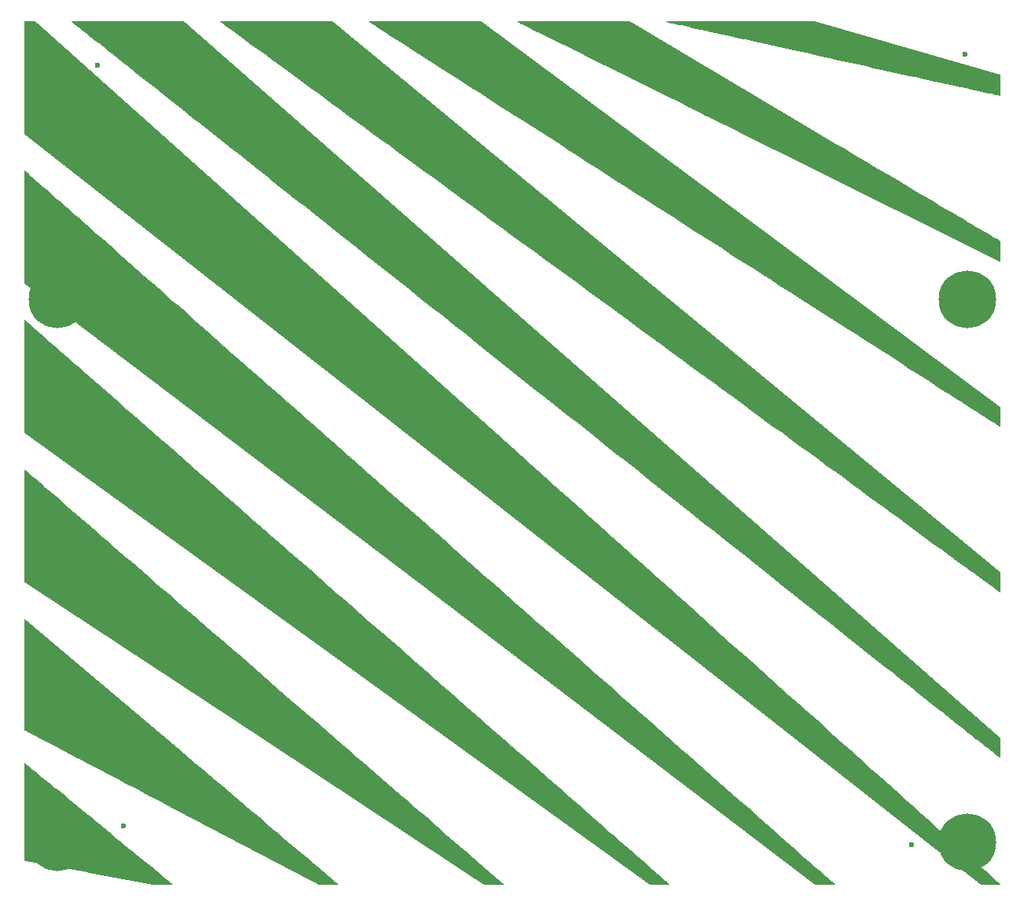
<source format=gbr>
%TF.GenerationSoftware,KiCad,Pcbnew,(5.99.0-9526-g5c17ff0595)*%
%TF.CreationDate,2021-07-07T23:04:21-05:00*%
%TF.ProjectId,Cafebabe Backplate,43616665-6261-4626-9520-4261636b706c,rev?*%
%TF.SameCoordinates,Original*%
%TF.FileFunction,Copper,L1,Top*%
%TF.FilePolarity,Positive*%
%FSLAX46Y46*%
G04 Gerber Fmt 4.6, Leading zero omitted, Abs format (unit mm)*
G04 Created by KiCad (PCBNEW (5.99.0-9526-g5c17ff0595)) date 2021-07-07 23:04:21*
%MOMM*%
%LPD*%
G01*
G04 APERTURE LIST*
%TA.AperFunction,EtchedComponent*%
%ADD10C,0.010000*%
%TD*%
%TA.AperFunction,ComponentPad*%
%ADD11C,6.200000*%
%TD*%
%TA.AperFunction,ViaPad*%
%ADD12C,0.600000*%
%TD*%
G04 APERTURE END LIST*
D10*
%TO.C,G\u002A\u002A\u002A*%
X76352639Y-69820668D02*
X76369739Y-69835775D01*
X76369739Y-69835775D02*
X76418183Y-69878523D01*
X76418183Y-69878523D02*
X76497566Y-69948553D01*
X76497566Y-69948553D02*
X76607480Y-70045507D01*
X76607480Y-70045507D02*
X76747518Y-70169026D01*
X76747518Y-70169026D02*
X76917273Y-70318751D01*
X76917273Y-70318751D02*
X77116340Y-70494324D01*
X77116340Y-70494324D02*
X77344311Y-70695386D01*
X77344311Y-70695386D02*
X77600780Y-70921578D01*
X77600780Y-70921578D02*
X77885340Y-71172541D01*
X77885340Y-71172541D02*
X78197584Y-71447918D01*
X78197584Y-71447918D02*
X78537106Y-71747349D01*
X78537106Y-71747349D02*
X78903498Y-72070475D01*
X78903498Y-72070475D02*
X79296355Y-72416939D01*
X79296355Y-72416939D02*
X79715269Y-72786381D01*
X79715269Y-72786381D02*
X80159834Y-73178442D01*
X80159834Y-73178442D02*
X80629643Y-73592765D01*
X80629643Y-73592765D02*
X81124289Y-74028990D01*
X81124289Y-74028990D02*
X81643366Y-74486759D01*
X81643366Y-74486759D02*
X82186467Y-74965714D01*
X82186467Y-74965714D02*
X82753185Y-75465494D01*
X82753185Y-75465494D02*
X83343114Y-75985743D01*
X83343114Y-75985743D02*
X83955847Y-76526100D01*
X83955847Y-76526100D02*
X84590977Y-77086208D01*
X84590977Y-77086208D02*
X85248098Y-77665708D01*
X85248098Y-77665708D02*
X85926802Y-78264241D01*
X85926802Y-78264241D02*
X86626684Y-78881449D01*
X86626684Y-78881449D02*
X87347336Y-79516973D01*
X87347336Y-79516973D02*
X88088352Y-80170454D01*
X88088352Y-80170454D02*
X88849325Y-80841533D01*
X88849325Y-80841533D02*
X89629848Y-81529853D01*
X89629848Y-81529853D02*
X90429515Y-82235054D01*
X90429515Y-82235054D02*
X91247919Y-82956777D01*
X91247919Y-82956777D02*
X92084653Y-83694664D01*
X92084653Y-83694664D02*
X92939311Y-84448357D01*
X92939311Y-84448357D02*
X93811485Y-85217497D01*
X93811485Y-85217497D02*
X94700770Y-86001724D01*
X94700770Y-86001724D02*
X95606758Y-86800681D01*
X95606758Y-86800681D02*
X96529043Y-87614009D01*
X96529043Y-87614009D02*
X97467219Y-88441349D01*
X97467219Y-88441349D02*
X98420877Y-89282342D01*
X98420877Y-89282342D02*
X99389613Y-90136630D01*
X99389613Y-90136630D02*
X100373018Y-91003854D01*
X100373018Y-91003854D02*
X101370687Y-91883655D01*
X101370687Y-91883655D02*
X102382212Y-92775676D01*
X102382212Y-92775676D02*
X103407187Y-93679556D01*
X103407187Y-93679556D02*
X104445206Y-94594939D01*
X104445206Y-94594939D02*
X105495861Y-95521464D01*
X105495861Y-95521464D02*
X106558746Y-96458773D01*
X106558746Y-96458773D02*
X107633454Y-97406508D01*
X107633454Y-97406508D02*
X108719579Y-98364309D01*
X108719579Y-98364309D02*
X109816713Y-99331820D01*
X109816713Y-99331820D02*
X110924450Y-100308679D01*
X110924450Y-100308679D02*
X112042384Y-101294530D01*
X112042384Y-101294530D02*
X113170108Y-102289013D01*
X113170108Y-102289013D02*
X114307214Y-103291769D01*
X114307214Y-103291769D02*
X115453297Y-104302441D01*
X115453297Y-104302441D02*
X116607949Y-105320669D01*
X116607949Y-105320669D02*
X117770764Y-106346095D01*
X117770764Y-106346095D02*
X118941336Y-107378359D01*
X118941336Y-107378359D02*
X119887180Y-108212448D01*
X119887180Y-108212448D02*
X121063747Y-109250002D01*
X121063747Y-109250002D02*
X122232896Y-110281016D01*
X122232896Y-110281016D02*
X123394218Y-111305134D01*
X123394218Y-111305134D02*
X124547308Y-112321995D01*
X124547308Y-112321995D02*
X125691758Y-113331241D01*
X125691758Y-113331241D02*
X126827161Y-114332514D01*
X126827161Y-114332514D02*
X127953111Y-115325453D01*
X127953111Y-115325453D02*
X129069201Y-116309701D01*
X129069201Y-116309701D02*
X130175023Y-117284898D01*
X130175023Y-117284898D02*
X131270171Y-118250686D01*
X131270171Y-118250686D02*
X132354238Y-119206706D01*
X132354238Y-119206706D02*
X133426817Y-120152599D01*
X133426817Y-120152599D02*
X134487502Y-121088005D01*
X134487502Y-121088005D02*
X135535884Y-122012567D01*
X135535884Y-122012567D02*
X136571559Y-122925925D01*
X136571559Y-122925925D02*
X137594117Y-123827721D01*
X137594117Y-123827721D02*
X138603153Y-124717594D01*
X138603153Y-124717594D02*
X139598260Y-125595188D01*
X139598260Y-125595188D02*
X140579031Y-126460142D01*
X140579031Y-126460142D02*
X141545058Y-127312099D01*
X141545058Y-127312099D02*
X142495936Y-128150698D01*
X142495936Y-128150698D02*
X143431256Y-128975582D01*
X143431256Y-128975582D02*
X144350613Y-129786390D01*
X144350613Y-129786390D02*
X145253599Y-130582766D01*
X145253599Y-130582766D02*
X146139808Y-131364348D01*
X146139808Y-131364348D02*
X147008832Y-132130780D01*
X147008832Y-132130780D02*
X147860265Y-132881701D01*
X147860265Y-132881701D02*
X148693699Y-133616754D01*
X148693699Y-133616754D02*
X149508729Y-134335578D01*
X149508729Y-134335578D02*
X150304946Y-135037816D01*
X150304946Y-135037816D02*
X151081945Y-135723108D01*
X151081945Y-135723108D02*
X151839317Y-136391095D01*
X151839317Y-136391095D02*
X152576657Y-137041419D01*
X152576657Y-137041419D02*
X153293558Y-137673721D01*
X153293558Y-137673721D02*
X153989611Y-138287642D01*
X153989611Y-138287642D02*
X154664412Y-138882822D01*
X154664412Y-138882822D02*
X155317552Y-139458904D01*
X155317552Y-139458904D02*
X155948625Y-140015528D01*
X155948625Y-140015528D02*
X156557224Y-140552336D01*
X156557224Y-140552336D02*
X157142942Y-141068967D01*
X157142942Y-141068967D02*
X157705371Y-141565065D01*
X157705371Y-141565065D02*
X158244107Y-142040269D01*
X158244107Y-142040269D02*
X158758740Y-142494222D01*
X158758740Y-142494222D02*
X159248865Y-142926563D01*
X159248865Y-142926563D02*
X159714075Y-143336935D01*
X159714075Y-143336935D02*
X160153962Y-143724977D01*
X160153962Y-143724977D02*
X160568120Y-144090333D01*
X160568120Y-144090333D02*
X160956142Y-144432641D01*
X160956142Y-144432641D02*
X161317620Y-144751545D01*
X161317620Y-144751545D02*
X161652149Y-145046684D01*
X161652149Y-145046684D02*
X161959321Y-145317701D01*
X161959321Y-145317701D02*
X162238730Y-145564235D01*
X162238730Y-145564235D02*
X162489967Y-145785929D01*
X162489967Y-145785929D02*
X162712628Y-145982422D01*
X162712628Y-145982422D02*
X162906303Y-146153358D01*
X162906303Y-146153358D02*
X163070588Y-146298376D01*
X163070588Y-146298376D02*
X163205074Y-146417118D01*
X163205074Y-146417118D02*
X163309356Y-146509224D01*
X163309356Y-146509224D02*
X163383025Y-146574337D01*
X163383025Y-146574337D02*
X163425675Y-146612096D01*
X163425675Y-146612096D02*
X163437190Y-146622370D01*
X163437190Y-146622370D02*
X163500283Y-146683529D01*
X163500283Y-146683529D02*
X163140856Y-146679189D01*
X163140856Y-146679189D02*
X163025171Y-146677678D01*
X163025171Y-146677678D02*
X162876411Y-146675560D01*
X162876411Y-146675560D02*
X162703833Y-146672977D01*
X162703833Y-146672977D02*
X162516688Y-146670069D01*
X162516688Y-146670069D02*
X162324231Y-146666980D01*
X162324231Y-146666980D02*
X162135715Y-146663850D01*
X162135715Y-146663850D02*
X162104097Y-146663314D01*
X162104097Y-146663314D02*
X161426764Y-146651779D01*
X161426764Y-146651779D02*
X118865889Y-114258465D01*
X118865889Y-114258465D02*
X76305014Y-81865150D01*
X76305014Y-81865150D02*
X76305014Y-69777650D01*
X76305014Y-69777650D02*
X76352639Y-69820668D01*
X76352639Y-69820668D02*
X76352639Y-69820668D01*
G36*
X76352639Y-69820668D02*
G01*
X76369739Y-69835775D01*
X76418183Y-69878523D01*
X76497566Y-69948553D01*
X76607480Y-70045507D01*
X76747518Y-70169026D01*
X76917273Y-70318751D01*
X77116340Y-70494324D01*
X77344311Y-70695386D01*
X77600780Y-70921578D01*
X77885340Y-71172541D01*
X78197584Y-71447918D01*
X78537106Y-71747349D01*
X78903498Y-72070475D01*
X79296355Y-72416939D01*
X79715269Y-72786381D01*
X80159834Y-73178442D01*
X80629643Y-73592765D01*
X81124289Y-74028990D01*
X81643366Y-74486759D01*
X82186467Y-74965714D01*
X82753185Y-75465494D01*
X83343114Y-75985743D01*
X83955847Y-76526100D01*
X84590977Y-77086208D01*
X85248098Y-77665708D01*
X85926802Y-78264241D01*
X86626684Y-78881449D01*
X87347336Y-79516973D01*
X88088352Y-80170454D01*
X88849325Y-80841533D01*
X89629848Y-81529853D01*
X90429515Y-82235054D01*
X91247919Y-82956777D01*
X92084653Y-83694664D01*
X92939311Y-84448357D01*
X93811485Y-85217497D01*
X94700770Y-86001724D01*
X95606758Y-86800681D01*
X96529043Y-87614009D01*
X97467219Y-88441349D01*
X98420877Y-89282342D01*
X99389613Y-90136630D01*
X100373018Y-91003854D01*
X101370687Y-91883655D01*
X102382212Y-92775676D01*
X103407187Y-93679556D01*
X104445206Y-94594939D01*
X105495861Y-95521464D01*
X106558746Y-96458773D01*
X107633454Y-97406508D01*
X108719579Y-98364309D01*
X109816713Y-99331820D01*
X110924450Y-100308679D01*
X112042384Y-101294530D01*
X113170108Y-102289013D01*
X114307214Y-103291769D01*
X115453297Y-104302441D01*
X116607949Y-105320669D01*
X117770764Y-106346095D01*
X118941336Y-107378359D01*
X119887180Y-108212448D01*
X121063747Y-109250002D01*
X122232896Y-110281016D01*
X123394218Y-111305134D01*
X124547308Y-112321995D01*
X125691758Y-113331241D01*
X126827161Y-114332514D01*
X127953111Y-115325453D01*
X129069201Y-116309701D01*
X130175023Y-117284898D01*
X131270171Y-118250686D01*
X132354238Y-119206706D01*
X133426817Y-120152599D01*
X134487502Y-121088005D01*
X135535884Y-122012567D01*
X136571559Y-122925925D01*
X137594117Y-123827721D01*
X138603153Y-124717594D01*
X139598260Y-125595188D01*
X140579031Y-126460142D01*
X141545058Y-127312099D01*
X142495936Y-128150698D01*
X143431256Y-128975582D01*
X144350613Y-129786390D01*
X145253599Y-130582766D01*
X146139808Y-131364348D01*
X147008832Y-132130780D01*
X147860265Y-132881701D01*
X148693699Y-133616754D01*
X149508729Y-134335578D01*
X150304946Y-135037816D01*
X151081945Y-135723108D01*
X151839317Y-136391095D01*
X152576657Y-137041419D01*
X153293558Y-137673721D01*
X153989611Y-138287642D01*
X154664412Y-138882822D01*
X155317552Y-139458904D01*
X155948625Y-140015528D01*
X156557224Y-140552336D01*
X157142942Y-141068967D01*
X157705371Y-141565065D01*
X158244107Y-142040269D01*
X158758740Y-142494222D01*
X159248865Y-142926563D01*
X159714075Y-143336935D01*
X160153962Y-143724977D01*
X160568120Y-144090333D01*
X160956142Y-144432641D01*
X161317620Y-144751545D01*
X161652149Y-145046684D01*
X161959321Y-145317701D01*
X162238730Y-145564235D01*
X162489967Y-145785929D01*
X162712628Y-145982422D01*
X162906303Y-146153358D01*
X163070588Y-146298376D01*
X163205074Y-146417118D01*
X163309356Y-146509224D01*
X163383025Y-146574337D01*
X163425675Y-146612096D01*
X163437190Y-146622370D01*
X163500283Y-146683529D01*
X163140856Y-146679189D01*
X163025171Y-146677678D01*
X162876411Y-146675560D01*
X162703833Y-146672977D01*
X162516688Y-146670069D01*
X162324231Y-146666980D01*
X162135715Y-146663850D01*
X162104097Y-146663314D01*
X161426764Y-146651779D01*
X118865889Y-114258465D01*
X76305014Y-81865150D01*
X76305014Y-69777650D01*
X76352639Y-69820668D01*
G37*
X76352639Y-69820668D02*
X76369739Y-69835775D01*
X76418183Y-69878523D01*
X76497566Y-69948553D01*
X76607480Y-70045507D01*
X76747518Y-70169026D01*
X76917273Y-70318751D01*
X77116340Y-70494324D01*
X77344311Y-70695386D01*
X77600780Y-70921578D01*
X77885340Y-71172541D01*
X78197584Y-71447918D01*
X78537106Y-71747349D01*
X78903498Y-72070475D01*
X79296355Y-72416939D01*
X79715269Y-72786381D01*
X80159834Y-73178442D01*
X80629643Y-73592765D01*
X81124289Y-74028990D01*
X81643366Y-74486759D01*
X82186467Y-74965714D01*
X82753185Y-75465494D01*
X83343114Y-75985743D01*
X83955847Y-76526100D01*
X84590977Y-77086208D01*
X85248098Y-77665708D01*
X85926802Y-78264241D01*
X86626684Y-78881449D01*
X87347336Y-79516973D01*
X88088352Y-80170454D01*
X88849325Y-80841533D01*
X89629848Y-81529853D01*
X90429515Y-82235054D01*
X91247919Y-82956777D01*
X92084653Y-83694664D01*
X92939311Y-84448357D01*
X93811485Y-85217497D01*
X94700770Y-86001724D01*
X95606758Y-86800681D01*
X96529043Y-87614009D01*
X97467219Y-88441349D01*
X98420877Y-89282342D01*
X99389613Y-90136630D01*
X100373018Y-91003854D01*
X101370687Y-91883655D01*
X102382212Y-92775676D01*
X103407187Y-93679556D01*
X104445206Y-94594939D01*
X105495861Y-95521464D01*
X106558746Y-96458773D01*
X107633454Y-97406508D01*
X108719579Y-98364309D01*
X109816713Y-99331820D01*
X110924450Y-100308679D01*
X112042384Y-101294530D01*
X113170108Y-102289013D01*
X114307214Y-103291769D01*
X115453297Y-104302441D01*
X116607949Y-105320669D01*
X117770764Y-106346095D01*
X118941336Y-107378359D01*
X119887180Y-108212448D01*
X121063747Y-109250002D01*
X122232896Y-110281016D01*
X123394218Y-111305134D01*
X124547308Y-112321995D01*
X125691758Y-113331241D01*
X126827161Y-114332514D01*
X127953111Y-115325453D01*
X129069201Y-116309701D01*
X130175023Y-117284898D01*
X131270171Y-118250686D01*
X132354238Y-119206706D01*
X133426817Y-120152599D01*
X134487502Y-121088005D01*
X135535884Y-122012567D01*
X136571559Y-122925925D01*
X137594117Y-123827721D01*
X138603153Y-124717594D01*
X139598260Y-125595188D01*
X140579031Y-126460142D01*
X141545058Y-127312099D01*
X142495936Y-128150698D01*
X143431256Y-128975582D01*
X144350613Y-129786390D01*
X145253599Y-130582766D01*
X146139808Y-131364348D01*
X147008832Y-132130780D01*
X147860265Y-132881701D01*
X148693699Y-133616754D01*
X149508729Y-134335578D01*
X150304946Y-135037816D01*
X151081945Y-135723108D01*
X151839317Y-136391095D01*
X152576657Y-137041419D01*
X153293558Y-137673721D01*
X153989611Y-138287642D01*
X154664412Y-138882822D01*
X155317552Y-139458904D01*
X155948625Y-140015528D01*
X156557224Y-140552336D01*
X157142942Y-141068967D01*
X157705371Y-141565065D01*
X158244107Y-142040269D01*
X158758740Y-142494222D01*
X159248865Y-142926563D01*
X159714075Y-143336935D01*
X160153962Y-143724977D01*
X160568120Y-144090333D01*
X160956142Y-144432641D01*
X161317620Y-144751545D01*
X161652149Y-145046684D01*
X161959321Y-145317701D01*
X162238730Y-145564235D01*
X162489967Y-145785929D01*
X162712628Y-145982422D01*
X162906303Y-146153358D01*
X163070588Y-146298376D01*
X163205074Y-146417118D01*
X163309356Y-146509224D01*
X163383025Y-146574337D01*
X163425675Y-146612096D01*
X163437190Y-146622370D01*
X163500283Y-146683529D01*
X163140856Y-146679189D01*
X163025171Y-146677678D01*
X162876411Y-146675560D01*
X162703833Y-146672977D01*
X162516688Y-146670069D01*
X162324231Y-146666980D01*
X162135715Y-146663850D01*
X162104097Y-146663314D01*
X161426764Y-146651779D01*
X118865889Y-114258465D01*
X76305014Y-81865150D01*
X76305014Y-69777650D01*
X76352639Y-69820668D01*
X76865281Y-53682141D02*
X77425549Y-53687779D01*
X77425549Y-53687779D02*
X129369198Y-100177271D01*
X129369198Y-100177271D02*
X130651017Y-101324501D01*
X130651017Y-101324501D02*
X131925459Y-102465132D01*
X131925459Y-102465132D02*
X133192155Y-103598835D01*
X133192155Y-103598835D02*
X134450737Y-104725282D01*
X134450737Y-104725282D02*
X135700837Y-105844142D01*
X135700837Y-105844142D02*
X136942088Y-106955087D01*
X136942088Y-106955087D02*
X138174120Y-108057786D01*
X138174120Y-108057786D02*
X139396567Y-109151911D01*
X139396567Y-109151911D02*
X140609060Y-110237131D01*
X140609060Y-110237131D02*
X141811232Y-111313119D01*
X141811232Y-111313119D02*
X143002714Y-112379544D01*
X143002714Y-112379544D02*
X144183138Y-113436076D01*
X144183138Y-113436076D02*
X145352137Y-114482387D01*
X145352137Y-114482387D02*
X146509342Y-115518148D01*
X146509342Y-115518148D02*
X147654386Y-116543028D01*
X147654386Y-116543028D02*
X148786900Y-117556698D01*
X148786900Y-117556698D02*
X149906517Y-118558830D01*
X149906517Y-118558830D02*
X151012868Y-119549093D01*
X151012868Y-119549093D02*
X152105587Y-120527158D01*
X152105587Y-120527158D02*
X153184304Y-121492696D01*
X153184304Y-121492696D02*
X154248651Y-122445378D01*
X154248651Y-122445378D02*
X155298262Y-123384873D01*
X155298262Y-123384873D02*
X156332767Y-124310854D01*
X156332767Y-124310854D02*
X157351799Y-125222989D01*
X157351799Y-125222989D02*
X158354990Y-126120951D01*
X158354990Y-126120951D02*
X159341972Y-127004409D01*
X159341972Y-127004409D02*
X160312377Y-127873034D01*
X160312377Y-127873034D02*
X161265837Y-128726497D01*
X161265837Y-128726497D02*
X162201984Y-129564468D01*
X162201984Y-129564468D02*
X163120450Y-130386618D01*
X163120450Y-130386618D02*
X164020868Y-131192618D01*
X164020868Y-131192618D02*
X164902868Y-131982138D01*
X164902868Y-131982138D02*
X165766084Y-132754849D01*
X165766084Y-132754849D02*
X166610147Y-133510421D01*
X166610147Y-133510421D02*
X167434689Y-134248525D01*
X167434689Y-134248525D02*
X168239342Y-134968832D01*
X168239342Y-134968832D02*
X169023739Y-135671013D01*
X169023739Y-135671013D02*
X169787511Y-136354737D01*
X169787511Y-136354737D02*
X170530291Y-137019676D01*
X170530291Y-137019676D02*
X171251710Y-137665499D01*
X171251710Y-137665499D02*
X171951401Y-138291879D01*
X171951401Y-138291879D02*
X172628995Y-138898485D01*
X172628995Y-138898485D02*
X173284124Y-139484988D01*
X173284124Y-139484988D02*
X173916422Y-140051058D01*
X173916422Y-140051058D02*
X174525519Y-140596367D01*
X174525519Y-140596367D02*
X175111047Y-141120585D01*
X175111047Y-141120585D02*
X175672640Y-141623381D01*
X175672640Y-141623381D02*
X176209928Y-142104428D01*
X176209928Y-142104428D02*
X176722544Y-142563396D01*
X176722544Y-142563396D02*
X177210120Y-142999955D01*
X177210120Y-142999955D02*
X177672288Y-143413776D01*
X177672288Y-143413776D02*
X178108679Y-143804529D01*
X178108679Y-143804529D02*
X178518927Y-144171886D01*
X178518927Y-144171886D02*
X178902663Y-144515516D01*
X178902663Y-144515516D02*
X179259518Y-144835090D01*
X179259518Y-144835090D02*
X179589126Y-145130280D01*
X179589126Y-145130280D02*
X179891118Y-145400755D01*
X179891118Y-145400755D02*
X180165126Y-145646186D01*
X180165126Y-145646186D02*
X180410782Y-145866244D01*
X180410782Y-145866244D02*
X180627718Y-146060600D01*
X180627718Y-146060600D02*
X180815567Y-146228923D01*
X180815567Y-146228923D02*
X180973960Y-146370886D01*
X180973960Y-146370886D02*
X181102529Y-146486157D01*
X181102529Y-146486157D02*
X181200906Y-146574408D01*
X181200906Y-146574408D02*
X181268724Y-146635310D01*
X181268724Y-146635310D02*
X181305615Y-146668533D01*
X181305615Y-146668533D02*
X181312847Y-146675146D01*
X181312847Y-146675146D02*
X181292539Y-146677353D01*
X181292539Y-146677353D02*
X181235039Y-146678886D01*
X181235039Y-146678886D02*
X181145482Y-146679785D01*
X181145482Y-146679785D02*
X181029003Y-146680085D01*
X181029003Y-146680085D02*
X180890738Y-146679825D01*
X180890738Y-146679825D02*
X180735821Y-146679042D01*
X180735821Y-146679042D02*
X180569388Y-146677774D01*
X180569388Y-146677774D02*
X180396574Y-146676056D01*
X180396574Y-146676056D02*
X180222515Y-146673928D01*
X180222515Y-146673928D02*
X180052344Y-146671426D01*
X180052344Y-146671426D02*
X179891199Y-146668587D01*
X179891199Y-146668587D02*
X179744213Y-146665450D01*
X179744213Y-146665450D02*
X179651034Y-146663055D01*
X179651034Y-146663055D02*
X179248638Y-146651779D01*
X179248638Y-146651779D02*
X127777624Y-106212862D01*
X127777624Y-106212862D02*
X76306610Y-65773946D01*
X76306610Y-65773946D02*
X76305812Y-59725225D01*
X76305812Y-59725225D02*
X76305014Y-53676505D01*
X76305014Y-53676505D02*
X76865281Y-53682141D01*
X76865281Y-53682141D02*
X76865281Y-53682141D01*
G36*
X76865281Y-53682141D02*
G01*
X77425549Y-53687779D01*
X129369198Y-100177271D01*
X130651017Y-101324501D01*
X131925459Y-102465132D01*
X133192155Y-103598835D01*
X134450737Y-104725282D01*
X135700837Y-105844142D01*
X136942088Y-106955087D01*
X138174120Y-108057786D01*
X139396567Y-109151911D01*
X140609060Y-110237131D01*
X141811232Y-111313119D01*
X143002714Y-112379544D01*
X144183138Y-113436076D01*
X145352137Y-114482387D01*
X146509342Y-115518148D01*
X147654386Y-116543028D01*
X148786900Y-117556698D01*
X149906517Y-118558830D01*
X151012868Y-119549093D01*
X152105587Y-120527158D01*
X153184304Y-121492696D01*
X154248651Y-122445378D01*
X155298262Y-123384873D01*
X156332767Y-124310854D01*
X157351799Y-125222989D01*
X158354990Y-126120951D01*
X159341972Y-127004409D01*
X160312377Y-127873034D01*
X161265837Y-128726497D01*
X162201984Y-129564468D01*
X163120450Y-130386618D01*
X164020868Y-131192618D01*
X164902868Y-131982138D01*
X165766084Y-132754849D01*
X166610147Y-133510421D01*
X167434689Y-134248525D01*
X168239342Y-134968832D01*
X169023739Y-135671013D01*
X169787511Y-136354737D01*
X170530291Y-137019676D01*
X171251710Y-137665499D01*
X171951401Y-138291879D01*
X172628995Y-138898485D01*
X173284124Y-139484988D01*
X173916422Y-140051058D01*
X174525519Y-140596367D01*
X175111047Y-141120585D01*
X175672640Y-141623381D01*
X176209928Y-142104428D01*
X176722544Y-142563396D01*
X177210120Y-142999955D01*
X177672288Y-143413776D01*
X178108679Y-143804529D01*
X178518927Y-144171886D01*
X178902663Y-144515516D01*
X179259518Y-144835090D01*
X179589126Y-145130280D01*
X179891118Y-145400755D01*
X180165126Y-145646186D01*
X180410782Y-145866244D01*
X180627718Y-146060600D01*
X180815567Y-146228923D01*
X180973960Y-146370886D01*
X181102529Y-146486157D01*
X181200906Y-146574408D01*
X181268724Y-146635310D01*
X181305615Y-146668533D01*
X181312847Y-146675146D01*
X181292539Y-146677353D01*
X181235039Y-146678886D01*
X181145482Y-146679785D01*
X181029003Y-146680085D01*
X180890738Y-146679825D01*
X180735821Y-146679042D01*
X180569388Y-146677774D01*
X180396574Y-146676056D01*
X180222515Y-146673928D01*
X180052344Y-146671426D01*
X179891199Y-146668587D01*
X179744213Y-146665450D01*
X179651034Y-146663055D01*
X179248638Y-146651779D01*
X127777624Y-106212862D01*
X76306610Y-65773946D01*
X76305812Y-59725225D01*
X76305014Y-53676505D01*
X76865281Y-53682141D01*
G37*
X76865281Y-53682141D02*
X77425549Y-53687779D01*
X129369198Y-100177271D01*
X130651017Y-101324501D01*
X131925459Y-102465132D01*
X133192155Y-103598835D01*
X134450737Y-104725282D01*
X135700837Y-105844142D01*
X136942088Y-106955087D01*
X138174120Y-108057786D01*
X139396567Y-109151911D01*
X140609060Y-110237131D01*
X141811232Y-111313119D01*
X143002714Y-112379544D01*
X144183138Y-113436076D01*
X145352137Y-114482387D01*
X146509342Y-115518148D01*
X147654386Y-116543028D01*
X148786900Y-117556698D01*
X149906517Y-118558830D01*
X151012868Y-119549093D01*
X152105587Y-120527158D01*
X153184304Y-121492696D01*
X154248651Y-122445378D01*
X155298262Y-123384873D01*
X156332767Y-124310854D01*
X157351799Y-125222989D01*
X158354990Y-126120951D01*
X159341972Y-127004409D01*
X160312377Y-127873034D01*
X161265837Y-128726497D01*
X162201984Y-129564468D01*
X163120450Y-130386618D01*
X164020868Y-131192618D01*
X164902868Y-131982138D01*
X165766084Y-132754849D01*
X166610147Y-133510421D01*
X167434689Y-134248525D01*
X168239342Y-134968832D01*
X169023739Y-135671013D01*
X169787511Y-136354737D01*
X170530291Y-137019676D01*
X171251710Y-137665499D01*
X171951401Y-138291879D01*
X172628995Y-138898485D01*
X173284124Y-139484988D01*
X173916422Y-140051058D01*
X174525519Y-140596367D01*
X175111047Y-141120585D01*
X175672640Y-141623381D01*
X176209928Y-142104428D01*
X176722544Y-142563396D01*
X177210120Y-142999955D01*
X177672288Y-143413776D01*
X178108679Y-143804529D01*
X178518927Y-144171886D01*
X178902663Y-144515516D01*
X179259518Y-144835090D01*
X179589126Y-145130280D01*
X179891118Y-145400755D01*
X180165126Y-145646186D01*
X180410782Y-145866244D01*
X180627718Y-146060600D01*
X180815567Y-146228923D01*
X180973960Y-146370886D01*
X181102529Y-146486157D01*
X181200906Y-146574408D01*
X181268724Y-146635310D01*
X181305615Y-146668533D01*
X181312847Y-146675146D01*
X181292539Y-146677353D01*
X181235039Y-146678886D01*
X181145482Y-146679785D01*
X181029003Y-146680085D01*
X180890738Y-146679825D01*
X180735821Y-146679042D01*
X180569388Y-146677774D01*
X180396574Y-146676056D01*
X180222515Y-146673928D01*
X180052344Y-146671426D01*
X179891199Y-146668587D01*
X179744213Y-146665450D01*
X179651034Y-146663055D01*
X179248638Y-146651779D01*
X127777624Y-106212862D01*
X76306610Y-65773946D01*
X76305812Y-59725225D01*
X76305014Y-53676505D01*
X76865281Y-53682141D01*
X93143097Y-132367876D02*
X93879800Y-132991942D01*
X93879800Y-132991942D02*
X94608668Y-133609396D01*
X94608668Y-133609396D02*
X95329028Y-134219671D01*
X95329028Y-134219671D02*
X96040212Y-134822197D01*
X96040212Y-134822197D02*
X96741548Y-135416406D01*
X96741548Y-135416406D02*
X97432367Y-136001730D01*
X97432367Y-136001730D02*
X98111997Y-136577600D01*
X98111997Y-136577600D02*
X98779769Y-137143449D01*
X98779769Y-137143449D02*
X99435012Y-137698706D01*
X99435012Y-137698706D02*
X100077056Y-138242805D01*
X100077056Y-138242805D02*
X100705230Y-138775177D01*
X100705230Y-138775177D02*
X101318864Y-139295253D01*
X101318864Y-139295253D02*
X101917289Y-139802465D01*
X101917289Y-139802465D02*
X102499832Y-140296245D01*
X102499832Y-140296245D02*
X103065825Y-140776023D01*
X103065825Y-140776023D02*
X103614596Y-141241232D01*
X103614596Y-141241232D02*
X104145476Y-141691303D01*
X104145476Y-141691303D02*
X104657793Y-142125669D01*
X104657793Y-142125669D02*
X105150878Y-142543759D01*
X105150878Y-142543759D02*
X105624061Y-142945007D01*
X105624061Y-142945007D02*
X106076670Y-143328843D01*
X106076670Y-143328843D02*
X106508036Y-143694699D01*
X106508036Y-143694699D02*
X106917488Y-144042007D01*
X106917488Y-144042007D02*
X107304356Y-144370199D01*
X107304356Y-144370199D02*
X107667969Y-144678705D01*
X107667969Y-144678705D02*
X108007657Y-144966958D01*
X108007657Y-144966958D02*
X108322750Y-145234389D01*
X108322750Y-145234389D02*
X108612578Y-145480430D01*
X108612578Y-145480430D02*
X108876469Y-145704512D01*
X108876469Y-145704512D02*
X109113754Y-145906067D01*
X109113754Y-145906067D02*
X109323763Y-146084526D01*
X109323763Y-146084526D02*
X109505824Y-146239322D01*
X109505824Y-146239322D02*
X109659268Y-146369885D01*
X109659268Y-146369885D02*
X109783425Y-146475647D01*
X109783425Y-146475647D02*
X109877623Y-146556040D01*
X109877623Y-146556040D02*
X109941192Y-146610496D01*
X109941192Y-146610496D02*
X109973463Y-146638445D01*
X109973463Y-146638445D02*
X109977652Y-146642303D01*
X109977652Y-146642303D02*
X109962257Y-146652494D01*
X109962257Y-146652494D02*
X109913649Y-146658335D01*
X109913649Y-146658335D02*
X109850652Y-146658944D01*
X109850652Y-146658944D02*
X109800612Y-146657817D01*
X109800612Y-146657817D02*
X109713512Y-146656021D01*
X109713512Y-146656021D02*
X109594617Y-146653658D01*
X109594617Y-146653658D02*
X109449194Y-146650830D01*
X109449194Y-146650830D02*
X109282509Y-146647639D01*
X109282509Y-146647639D02*
X109099827Y-146644188D01*
X109099827Y-146644188D02*
X108906416Y-146640578D01*
X108906416Y-146640578D02*
X108820503Y-146638988D01*
X108820503Y-146638988D02*
X107924409Y-146622449D01*
X107924409Y-146622449D02*
X92130586Y-138321465D01*
X92130586Y-138321465D02*
X91362267Y-137917641D01*
X91362267Y-137917641D02*
X90603103Y-137518616D01*
X90603103Y-137518616D02*
X89853962Y-137124843D01*
X89853962Y-137124843D02*
X89115709Y-136736780D01*
X89115709Y-136736780D02*
X88389207Y-136354880D01*
X88389207Y-136354880D02*
X87675324Y-135979598D01*
X87675324Y-135979598D02*
X86974923Y-135611391D01*
X86974923Y-135611391D02*
X86288870Y-135250712D01*
X86288870Y-135250712D02*
X85618031Y-134898017D01*
X85618031Y-134898017D02*
X84963269Y-134553761D01*
X84963269Y-134553761D02*
X84325452Y-134218399D01*
X84325452Y-134218399D02*
X83705443Y-133892386D01*
X83705443Y-133892386D02*
X83104108Y-133576178D01*
X83104108Y-133576178D02*
X82522312Y-133270228D01*
X82522312Y-133270228D02*
X81960921Y-132974993D01*
X81960921Y-132974993D02*
X81420799Y-132690927D01*
X81420799Y-132690927D02*
X80902812Y-132418486D01*
X80902812Y-132418486D02*
X80407825Y-132158124D01*
X80407825Y-132158124D02*
X79936703Y-131910297D01*
X79936703Y-131910297D02*
X79490311Y-131675459D01*
X79490311Y-131675459D02*
X79069515Y-131454066D01*
X79069515Y-131454066D02*
X78675179Y-131246573D01*
X78675179Y-131246573D02*
X78308170Y-131053435D01*
X78308170Y-131053435D02*
X77969351Y-130875106D01*
X77969351Y-130875106D02*
X77659589Y-130712043D01*
X77659589Y-130712043D02*
X77379748Y-130564699D01*
X77379748Y-130564699D02*
X77130693Y-130433531D01*
X77130693Y-130433531D02*
X76913291Y-130318993D01*
X76913291Y-130318993D02*
X76728405Y-130221540D01*
X76728405Y-130221540D02*
X76576902Y-130141627D01*
X76576902Y-130141627D02*
X76459646Y-130079710D01*
X76459646Y-130079710D02*
X76377502Y-130036243D01*
X76377502Y-130036243D02*
X76331337Y-130011681D01*
X76331337Y-130011681D02*
X76320851Y-130005951D01*
X76320851Y-130005951D02*
X76319534Y-129983835D01*
X76319534Y-129983835D02*
X76318283Y-129921083D01*
X76318283Y-129921083D02*
X76317101Y-129819393D01*
X76317101Y-129819393D02*
X76315992Y-129680461D01*
X76315992Y-129680461D02*
X76314957Y-129505984D01*
X76314957Y-129505984D02*
X76314002Y-129297661D01*
X76314002Y-129297661D02*
X76313127Y-129057189D01*
X76313127Y-129057189D02*
X76312337Y-128786264D01*
X76312337Y-128786264D02*
X76311634Y-128486585D01*
X76311634Y-128486585D02*
X76311021Y-128159847D01*
X76311021Y-128159847D02*
X76310502Y-127807750D01*
X76310502Y-127807750D02*
X76310080Y-127431989D01*
X76310080Y-127431989D02*
X76309756Y-127034262D01*
X76309756Y-127034262D02*
X76309536Y-126616268D01*
X76309536Y-126616268D02*
X76309420Y-126179701D01*
X76309420Y-126179701D02*
X76309413Y-125726261D01*
X76309413Y-125726261D02*
X76309518Y-125257645D01*
X76309518Y-125257645D02*
X76309737Y-124775549D01*
X76309737Y-124775549D02*
X76310074Y-124281671D01*
X76310074Y-124281671D02*
X76310268Y-124052464D01*
X76310268Y-124052464D02*
X76315597Y-118113507D01*
X76315597Y-118113507D02*
X93143097Y-132367876D01*
X93143097Y-132367876D02*
X93143097Y-132367876D01*
G36*
X93143097Y-132367876D02*
G01*
X93879800Y-132991942D01*
X94608668Y-133609396D01*
X95329028Y-134219671D01*
X96040212Y-134822197D01*
X96741548Y-135416406D01*
X97432367Y-136001730D01*
X98111997Y-136577600D01*
X98779769Y-137143449D01*
X99435012Y-137698706D01*
X100077056Y-138242805D01*
X100705230Y-138775177D01*
X101318864Y-139295253D01*
X101917289Y-139802465D01*
X102499832Y-140296245D01*
X103065825Y-140776023D01*
X103614596Y-141241232D01*
X104145476Y-141691303D01*
X104657793Y-142125669D01*
X105150878Y-142543759D01*
X105624061Y-142945007D01*
X106076670Y-143328843D01*
X106508036Y-143694699D01*
X106917488Y-144042007D01*
X107304356Y-144370199D01*
X107667969Y-144678705D01*
X108007657Y-144966958D01*
X108322750Y-145234389D01*
X108612578Y-145480430D01*
X108876469Y-145704512D01*
X109113754Y-145906067D01*
X109323763Y-146084526D01*
X109505824Y-146239322D01*
X109659268Y-146369885D01*
X109783425Y-146475647D01*
X109877623Y-146556040D01*
X109941192Y-146610496D01*
X109973463Y-146638445D01*
X109977652Y-146642303D01*
X109962257Y-146652494D01*
X109913649Y-146658335D01*
X109850652Y-146658944D01*
X109800612Y-146657817D01*
X109713512Y-146656021D01*
X109594617Y-146653658D01*
X109449194Y-146650830D01*
X109282509Y-146647639D01*
X109099827Y-146644188D01*
X108906416Y-146640578D01*
X108820503Y-146638988D01*
X107924409Y-146622449D01*
X92130586Y-138321465D01*
X91362267Y-137917641D01*
X90603103Y-137518616D01*
X89853962Y-137124843D01*
X89115709Y-136736780D01*
X88389207Y-136354880D01*
X87675324Y-135979598D01*
X86974923Y-135611391D01*
X86288870Y-135250712D01*
X85618031Y-134898017D01*
X84963269Y-134553761D01*
X84325452Y-134218399D01*
X83705443Y-133892386D01*
X83104108Y-133576178D01*
X82522312Y-133270228D01*
X81960921Y-132974993D01*
X81420799Y-132690927D01*
X80902812Y-132418486D01*
X80407825Y-132158124D01*
X79936703Y-131910297D01*
X79490311Y-131675459D01*
X79069515Y-131454066D01*
X78675179Y-131246573D01*
X78308170Y-131053435D01*
X77969351Y-130875106D01*
X77659589Y-130712043D01*
X77379748Y-130564699D01*
X77130693Y-130433531D01*
X76913291Y-130318993D01*
X76728405Y-130221540D01*
X76576902Y-130141627D01*
X76459646Y-130079710D01*
X76377502Y-130036243D01*
X76331337Y-130011681D01*
X76320851Y-130005951D01*
X76319534Y-129983835D01*
X76318283Y-129921083D01*
X76317101Y-129819393D01*
X76315992Y-129680461D01*
X76314957Y-129505984D01*
X76314002Y-129297661D01*
X76313127Y-129057189D01*
X76312337Y-128786264D01*
X76311634Y-128486585D01*
X76311021Y-128159847D01*
X76310502Y-127807750D01*
X76310080Y-127431989D01*
X76309756Y-127034262D01*
X76309536Y-126616268D01*
X76309420Y-126179701D01*
X76309413Y-125726261D01*
X76309518Y-125257645D01*
X76309737Y-124775549D01*
X76310074Y-124281671D01*
X76310268Y-124052464D01*
X76315597Y-118113507D01*
X93143097Y-132367876D01*
G37*
X93143097Y-132367876D02*
X93879800Y-132991942D01*
X94608668Y-133609396D01*
X95329028Y-134219671D01*
X96040212Y-134822197D01*
X96741548Y-135416406D01*
X97432367Y-136001730D01*
X98111997Y-136577600D01*
X98779769Y-137143449D01*
X99435012Y-137698706D01*
X100077056Y-138242805D01*
X100705230Y-138775177D01*
X101318864Y-139295253D01*
X101917289Y-139802465D01*
X102499832Y-140296245D01*
X103065825Y-140776023D01*
X103614596Y-141241232D01*
X104145476Y-141691303D01*
X104657793Y-142125669D01*
X105150878Y-142543759D01*
X105624061Y-142945007D01*
X106076670Y-143328843D01*
X106508036Y-143694699D01*
X106917488Y-144042007D01*
X107304356Y-144370199D01*
X107667969Y-144678705D01*
X108007657Y-144966958D01*
X108322750Y-145234389D01*
X108612578Y-145480430D01*
X108876469Y-145704512D01*
X109113754Y-145906067D01*
X109323763Y-146084526D01*
X109505824Y-146239322D01*
X109659268Y-146369885D01*
X109783425Y-146475647D01*
X109877623Y-146556040D01*
X109941192Y-146610496D01*
X109973463Y-146638445D01*
X109977652Y-146642303D01*
X109962257Y-146652494D01*
X109913649Y-146658335D01*
X109850652Y-146658944D01*
X109800612Y-146657817D01*
X109713512Y-146656021D01*
X109594617Y-146653658D01*
X109449194Y-146650830D01*
X109282509Y-146647639D01*
X109099827Y-146644188D01*
X108906416Y-146640578D01*
X108820503Y-146638988D01*
X107924409Y-146622449D01*
X92130586Y-138321465D01*
X91362267Y-137917641D01*
X90603103Y-137518616D01*
X89853962Y-137124843D01*
X89115709Y-136736780D01*
X88389207Y-136354880D01*
X87675324Y-135979598D01*
X86974923Y-135611391D01*
X86288870Y-135250712D01*
X85618031Y-134898017D01*
X84963269Y-134553761D01*
X84325452Y-134218399D01*
X83705443Y-133892386D01*
X83104108Y-133576178D01*
X82522312Y-133270228D01*
X81960921Y-132974993D01*
X81420799Y-132690927D01*
X80902812Y-132418486D01*
X80407825Y-132158124D01*
X79936703Y-131910297D01*
X79490311Y-131675459D01*
X79069515Y-131454066D01*
X78675179Y-131246573D01*
X78308170Y-131053435D01*
X77969351Y-130875106D01*
X77659589Y-130712043D01*
X77379748Y-130564699D01*
X77130693Y-130433531D01*
X76913291Y-130318993D01*
X76728405Y-130221540D01*
X76576902Y-130141627D01*
X76459646Y-130079710D01*
X76377502Y-130036243D01*
X76331337Y-130011681D01*
X76320851Y-130005951D01*
X76319534Y-129983835D01*
X76318283Y-129921083D01*
X76317101Y-129819393D01*
X76315992Y-129680461D01*
X76314957Y-129505984D01*
X76314002Y-129297661D01*
X76313127Y-129057189D01*
X76312337Y-128786264D01*
X76311634Y-128486585D01*
X76311021Y-128159847D01*
X76310502Y-127807750D01*
X76310080Y-127431989D01*
X76309756Y-127034262D01*
X76309536Y-126616268D01*
X76309420Y-126179701D01*
X76309413Y-125726261D01*
X76309518Y-125257645D01*
X76309737Y-124775549D01*
X76310074Y-124281671D01*
X76310268Y-124052464D01*
X76315597Y-118113507D01*
X93143097Y-132367876D01*
X76339859Y-102039369D02*
X76387635Y-102080508D01*
X76387635Y-102080508D02*
X76466098Y-102148242D01*
X76466098Y-102148242D02*
X76574599Y-102242008D01*
X76574599Y-102242008D02*
X76712484Y-102361240D01*
X76712484Y-102361240D02*
X76879102Y-102505374D01*
X76879102Y-102505374D02*
X77073801Y-102673845D01*
X77073801Y-102673845D02*
X77295931Y-102866089D01*
X77295931Y-102866089D02*
X77544838Y-103081541D01*
X77544838Y-103081541D02*
X77819873Y-103319635D01*
X77819873Y-103319635D02*
X78120382Y-103579809D01*
X78120382Y-103579809D02*
X78445715Y-103861497D01*
X78445715Y-103861497D02*
X78795219Y-104164134D01*
X78795219Y-104164134D02*
X79168244Y-104487156D01*
X79168244Y-104487156D02*
X79564137Y-104829998D01*
X79564137Y-104829998D02*
X79982247Y-105192096D01*
X79982247Y-105192096D02*
X80421922Y-105572885D01*
X80421922Y-105572885D02*
X80882511Y-105971800D01*
X80882511Y-105971800D02*
X81363361Y-106388278D01*
X81363361Y-106388278D02*
X81863822Y-106821752D01*
X81863822Y-106821752D02*
X82383242Y-107271659D01*
X82383242Y-107271659D02*
X82920969Y-107737433D01*
X82920969Y-107737433D02*
X83476351Y-108218511D01*
X83476351Y-108218511D02*
X84048737Y-108714328D01*
X84048737Y-108714328D02*
X84637475Y-109224319D01*
X84637475Y-109224319D02*
X85241914Y-109747919D01*
X85241914Y-109747919D02*
X85861402Y-110284564D01*
X85861402Y-110284564D02*
X86495287Y-110833690D01*
X86495287Y-110833690D02*
X87142917Y-111394731D01*
X87142917Y-111394731D02*
X87803642Y-111967122D01*
X87803642Y-111967122D02*
X88476809Y-112550301D01*
X88476809Y-112550301D02*
X89161767Y-113143701D01*
X89161767Y-113143701D02*
X89857864Y-113746758D01*
X89857864Y-113746758D02*
X90564448Y-114358908D01*
X90564448Y-114358908D02*
X91280869Y-114979585D01*
X91280869Y-114979585D02*
X92006473Y-115608226D01*
X92006473Y-115608226D02*
X92740611Y-116244266D01*
X92740611Y-116244266D02*
X93482629Y-116887139D01*
X93482629Y-116887139D02*
X94231877Y-117536283D01*
X94231877Y-117536283D02*
X94987702Y-118191130D01*
X94987702Y-118191130D02*
X95749454Y-118851119D01*
X95749454Y-118851119D02*
X96516480Y-119515682D01*
X96516480Y-119515682D02*
X97288129Y-120184257D01*
X97288129Y-120184257D02*
X98063749Y-120856278D01*
X98063749Y-120856278D02*
X98842689Y-121531181D01*
X98842689Y-121531181D02*
X99624296Y-122208401D01*
X99624296Y-122208401D02*
X100407920Y-122887373D01*
X100407920Y-122887373D02*
X101192909Y-123567533D01*
X101192909Y-123567533D02*
X101978611Y-124248317D01*
X101978611Y-124248317D02*
X102764374Y-124929159D01*
X102764374Y-124929159D02*
X103549547Y-125609495D01*
X103549547Y-125609495D02*
X104333478Y-126288761D01*
X104333478Y-126288761D02*
X105115516Y-126966392D01*
X105115516Y-126966392D02*
X105895009Y-127641822D01*
X105895009Y-127641822D02*
X106671305Y-128314489D01*
X106671305Y-128314489D02*
X107443753Y-128983826D01*
X107443753Y-128983826D02*
X108211701Y-129649269D01*
X108211701Y-129649269D02*
X108974497Y-130310255D01*
X108974497Y-130310255D02*
X109731490Y-130966217D01*
X109731490Y-130966217D02*
X110482028Y-131616592D01*
X110482028Y-131616592D02*
X111225460Y-132260815D01*
X111225460Y-132260815D02*
X111961134Y-132898321D01*
X111961134Y-132898321D02*
X112688398Y-133528545D01*
X112688398Y-133528545D02*
X113406600Y-134150924D01*
X113406600Y-134150924D02*
X114115090Y-134764892D01*
X114115090Y-134764892D02*
X114813215Y-135369885D01*
X114813215Y-135369885D02*
X115500323Y-135965338D01*
X115500323Y-135965338D02*
X116175764Y-136550686D01*
X116175764Y-136550686D02*
X116838886Y-137125366D01*
X116838886Y-137125366D02*
X117489036Y-137688812D01*
X117489036Y-137688812D02*
X118125563Y-138240459D01*
X118125563Y-138240459D02*
X118747816Y-138779744D01*
X118747816Y-138779744D02*
X119355143Y-139306101D01*
X119355143Y-139306101D02*
X119946893Y-139818966D01*
X119946893Y-139818966D02*
X120522413Y-140317774D01*
X120522413Y-140317774D02*
X121081052Y-140801961D01*
X121081052Y-140801961D02*
X121622159Y-141270961D01*
X121622159Y-141270961D02*
X122145081Y-141724212D01*
X122145081Y-141724212D02*
X122649168Y-142161147D01*
X122649168Y-142161147D02*
X123133767Y-142581202D01*
X123133767Y-142581202D02*
X123598227Y-142983812D01*
X123598227Y-142983812D02*
X124041897Y-143368414D01*
X124041897Y-143368414D02*
X124464124Y-143734442D01*
X124464124Y-143734442D02*
X124864257Y-144081331D01*
X124864257Y-144081331D02*
X125241645Y-144408518D01*
X125241645Y-144408518D02*
X125595636Y-144715437D01*
X125595636Y-144715437D02*
X125925577Y-145001524D01*
X125925577Y-145001524D02*
X126230819Y-145266214D01*
X126230819Y-145266214D02*
X126510708Y-145508943D01*
X126510708Y-145508943D02*
X126764593Y-145729146D01*
X126764593Y-145729146D02*
X126991823Y-145926258D01*
X126991823Y-145926258D02*
X127191746Y-146099714D01*
X127191746Y-146099714D02*
X127363711Y-146248951D01*
X127363711Y-146248951D02*
X127507065Y-146373404D01*
X127507065Y-146373404D02*
X127621158Y-146472507D01*
X127621158Y-146472507D02*
X127705337Y-146545697D01*
X127705337Y-146545697D02*
X127758950Y-146592408D01*
X127758950Y-146592408D02*
X127781347Y-146612077D01*
X127781347Y-146612077D02*
X127781866Y-146612554D01*
X127781866Y-146612554D02*
X127834301Y-146662362D01*
X127834301Y-146662362D02*
X127400866Y-146657560D01*
X127400866Y-146657560D02*
X127256179Y-146655784D01*
X127256179Y-146655784D02*
X127080954Y-146653356D01*
X127080954Y-146653356D02*
X126886976Y-146650456D01*
X126886976Y-146650456D02*
X126686032Y-146647265D01*
X126686032Y-146647265D02*
X126489909Y-146643963D01*
X126489909Y-146643963D02*
X126361961Y-146641685D01*
X126361961Y-146641685D02*
X125756492Y-146630612D01*
X125756492Y-146630612D02*
X101031536Y-130321696D01*
X101031536Y-130321696D02*
X76306579Y-114012779D01*
X76306579Y-114012779D02*
X76305796Y-108015557D01*
X76305796Y-108015557D02*
X76305792Y-107493010D01*
X76305792Y-107493010D02*
X76305915Y-106984791D01*
X76305915Y-106984791D02*
X76306161Y-106492435D01*
X76306161Y-106492435D02*
X76306524Y-106017480D01*
X76306524Y-106017480D02*
X76307001Y-105561462D01*
X76307001Y-105561462D02*
X76307587Y-105125919D01*
X76307587Y-105125919D02*
X76308278Y-104712387D01*
X76308278Y-104712387D02*
X76309068Y-104322404D01*
X76309068Y-104322404D02*
X76309954Y-103957505D01*
X76309954Y-103957505D02*
X76310930Y-103619228D01*
X76310930Y-103619228D02*
X76311993Y-103309110D01*
X76311993Y-103309110D02*
X76313138Y-103028687D01*
X76313138Y-103028687D02*
X76314360Y-102779497D01*
X76314360Y-102779497D02*
X76315654Y-102563076D01*
X76315654Y-102563076D02*
X76317017Y-102380961D01*
X76317017Y-102380961D02*
X76318444Y-102234690D01*
X76318444Y-102234690D02*
X76319930Y-102125798D01*
X76319930Y-102125798D02*
X76321471Y-102055823D01*
X76321471Y-102055823D02*
X76323061Y-102026301D01*
X76323061Y-102026301D02*
X76323423Y-102025390D01*
X76323423Y-102025390D02*
X76339859Y-102039369D01*
X76339859Y-102039369D02*
X76339859Y-102039369D01*
G36*
X76339859Y-102039369D02*
G01*
X76387635Y-102080508D01*
X76466098Y-102148242D01*
X76574599Y-102242008D01*
X76712484Y-102361240D01*
X76879102Y-102505374D01*
X77073801Y-102673845D01*
X77295931Y-102866089D01*
X77544838Y-103081541D01*
X77819873Y-103319635D01*
X78120382Y-103579809D01*
X78445715Y-103861497D01*
X78795219Y-104164134D01*
X79168244Y-104487156D01*
X79564137Y-104829998D01*
X79982247Y-105192096D01*
X80421922Y-105572885D01*
X80882511Y-105971800D01*
X81363361Y-106388278D01*
X81863822Y-106821752D01*
X82383242Y-107271659D01*
X82920969Y-107737433D01*
X83476351Y-108218511D01*
X84048737Y-108714328D01*
X84637475Y-109224319D01*
X85241914Y-109747919D01*
X85861402Y-110284564D01*
X86495287Y-110833690D01*
X87142917Y-111394731D01*
X87803642Y-111967122D01*
X88476809Y-112550301D01*
X89161767Y-113143701D01*
X89857864Y-113746758D01*
X90564448Y-114358908D01*
X91280869Y-114979585D01*
X92006473Y-115608226D01*
X92740611Y-116244266D01*
X93482629Y-116887139D01*
X94231877Y-117536283D01*
X94987702Y-118191130D01*
X95749454Y-118851119D01*
X96516480Y-119515682D01*
X97288129Y-120184257D01*
X98063749Y-120856278D01*
X98842689Y-121531181D01*
X99624296Y-122208401D01*
X100407920Y-122887373D01*
X101192909Y-123567533D01*
X101978611Y-124248317D01*
X102764374Y-124929159D01*
X103549547Y-125609495D01*
X104333478Y-126288761D01*
X105115516Y-126966392D01*
X105895009Y-127641822D01*
X106671305Y-128314489D01*
X107443753Y-128983826D01*
X108211701Y-129649269D01*
X108974497Y-130310255D01*
X109731490Y-130966217D01*
X110482028Y-131616592D01*
X111225460Y-132260815D01*
X111961134Y-132898321D01*
X112688398Y-133528545D01*
X113406600Y-134150924D01*
X114115090Y-134764892D01*
X114813215Y-135369885D01*
X115500323Y-135965338D01*
X116175764Y-136550686D01*
X116838886Y-137125366D01*
X117489036Y-137688812D01*
X118125563Y-138240459D01*
X118747816Y-138779744D01*
X119355143Y-139306101D01*
X119946893Y-139818966D01*
X120522413Y-140317774D01*
X121081052Y-140801961D01*
X121622159Y-141270961D01*
X122145081Y-141724212D01*
X122649168Y-142161147D01*
X123133767Y-142581202D01*
X123598227Y-142983812D01*
X124041897Y-143368414D01*
X124464124Y-143734442D01*
X124864257Y-144081331D01*
X125241645Y-144408518D01*
X125595636Y-144715437D01*
X125925577Y-145001524D01*
X126230819Y-145266214D01*
X126510708Y-145508943D01*
X126764593Y-145729146D01*
X126991823Y-145926258D01*
X127191746Y-146099714D01*
X127363711Y-146248951D01*
X127507065Y-146373404D01*
X127621158Y-146472507D01*
X127705337Y-146545697D01*
X127758950Y-146592408D01*
X127781347Y-146612077D01*
X127781866Y-146612554D01*
X127834301Y-146662362D01*
X127400866Y-146657560D01*
X127256179Y-146655784D01*
X127080954Y-146653356D01*
X126886976Y-146650456D01*
X126686032Y-146647265D01*
X126489909Y-146643963D01*
X126361961Y-146641685D01*
X125756492Y-146630612D01*
X101031536Y-130321696D01*
X76306579Y-114012779D01*
X76305796Y-108015557D01*
X76305792Y-107493010D01*
X76305915Y-106984791D01*
X76306161Y-106492435D01*
X76306524Y-106017480D01*
X76307001Y-105561462D01*
X76307587Y-105125919D01*
X76308278Y-104712387D01*
X76309068Y-104322404D01*
X76309954Y-103957505D01*
X76310930Y-103619228D01*
X76311993Y-103309110D01*
X76313138Y-103028687D01*
X76314360Y-102779497D01*
X76315654Y-102563076D01*
X76317017Y-102380961D01*
X76318444Y-102234690D01*
X76319930Y-102125798D01*
X76321471Y-102055823D01*
X76323061Y-102026301D01*
X76323423Y-102025390D01*
X76339859Y-102039369D01*
G37*
X76339859Y-102039369D02*
X76387635Y-102080508D01*
X76466098Y-102148242D01*
X76574599Y-102242008D01*
X76712484Y-102361240D01*
X76879102Y-102505374D01*
X77073801Y-102673845D01*
X77295931Y-102866089D01*
X77544838Y-103081541D01*
X77819873Y-103319635D01*
X78120382Y-103579809D01*
X78445715Y-103861497D01*
X78795219Y-104164134D01*
X79168244Y-104487156D01*
X79564137Y-104829998D01*
X79982247Y-105192096D01*
X80421922Y-105572885D01*
X80882511Y-105971800D01*
X81363361Y-106388278D01*
X81863822Y-106821752D01*
X82383242Y-107271659D01*
X82920969Y-107737433D01*
X83476351Y-108218511D01*
X84048737Y-108714328D01*
X84637475Y-109224319D01*
X85241914Y-109747919D01*
X85861402Y-110284564D01*
X86495287Y-110833690D01*
X87142917Y-111394731D01*
X87803642Y-111967122D01*
X88476809Y-112550301D01*
X89161767Y-113143701D01*
X89857864Y-113746758D01*
X90564448Y-114358908D01*
X91280869Y-114979585D01*
X92006473Y-115608226D01*
X92740611Y-116244266D01*
X93482629Y-116887139D01*
X94231877Y-117536283D01*
X94987702Y-118191130D01*
X95749454Y-118851119D01*
X96516480Y-119515682D01*
X97288129Y-120184257D01*
X98063749Y-120856278D01*
X98842689Y-121531181D01*
X99624296Y-122208401D01*
X100407920Y-122887373D01*
X101192909Y-123567533D01*
X101978611Y-124248317D01*
X102764374Y-124929159D01*
X103549547Y-125609495D01*
X104333478Y-126288761D01*
X105115516Y-126966392D01*
X105895009Y-127641822D01*
X106671305Y-128314489D01*
X107443753Y-128983826D01*
X108211701Y-129649269D01*
X108974497Y-130310255D01*
X109731490Y-130966217D01*
X110482028Y-131616592D01*
X111225460Y-132260815D01*
X111961134Y-132898321D01*
X112688398Y-133528545D01*
X113406600Y-134150924D01*
X114115090Y-134764892D01*
X114813215Y-135369885D01*
X115500323Y-135965338D01*
X116175764Y-136550686D01*
X116838886Y-137125366D01*
X117489036Y-137688812D01*
X118125563Y-138240459D01*
X118747816Y-138779744D01*
X119355143Y-139306101D01*
X119946893Y-139818966D01*
X120522413Y-140317774D01*
X121081052Y-140801961D01*
X121622159Y-141270961D01*
X122145081Y-141724212D01*
X122649168Y-142161147D01*
X123133767Y-142581202D01*
X123598227Y-142983812D01*
X124041897Y-143368414D01*
X124464124Y-143734442D01*
X124864257Y-144081331D01*
X125241645Y-144408518D01*
X125595636Y-144715437D01*
X125925577Y-145001524D01*
X126230819Y-145266214D01*
X126510708Y-145508943D01*
X126764593Y-145729146D01*
X126991823Y-145926258D01*
X127191746Y-146099714D01*
X127363711Y-146248951D01*
X127507065Y-146373404D01*
X127621158Y-146472507D01*
X127705337Y-146545697D01*
X127758950Y-146592408D01*
X127781347Y-146612077D01*
X127781866Y-146612554D01*
X127834301Y-146662362D01*
X127400866Y-146657560D01*
X127256179Y-146655784D01*
X127080954Y-146653356D01*
X126886976Y-146650456D01*
X126686032Y-146647265D01*
X126489909Y-146643963D01*
X126361961Y-146641685D01*
X125756492Y-146630612D01*
X101031536Y-130321696D01*
X76306579Y-114012779D01*
X76305796Y-108015557D01*
X76305792Y-107493010D01*
X76305915Y-106984791D01*
X76306161Y-106492435D01*
X76306524Y-106017480D01*
X76307001Y-105561462D01*
X76307587Y-105125919D01*
X76308278Y-104712387D01*
X76309068Y-104322404D01*
X76309954Y-103957505D01*
X76310930Y-103619228D01*
X76311993Y-103309110D01*
X76313138Y-103028687D01*
X76314360Y-102779497D01*
X76315654Y-102563076D01*
X76317017Y-102380961D01*
X76318444Y-102234690D01*
X76319930Y-102125798D01*
X76321471Y-102055823D01*
X76323061Y-102026301D01*
X76323423Y-102025390D01*
X76339859Y-102039369D01*
X76384389Y-85959213D02*
X76402654Y-85975265D01*
X76402654Y-85975265D02*
X76452306Y-86018806D01*
X76452306Y-86018806D02*
X76532887Y-86089436D01*
X76532887Y-86089436D02*
X76643937Y-86186752D01*
X76643937Y-86186752D02*
X76784997Y-86310353D01*
X76784997Y-86310353D02*
X76955609Y-86459836D01*
X76955609Y-86459836D02*
X77155315Y-86634801D01*
X77155315Y-86634801D02*
X77383655Y-86834845D01*
X77383655Y-86834845D02*
X77640170Y-87059566D01*
X77640170Y-87059566D02*
X77924402Y-87308562D01*
X77924402Y-87308562D02*
X78235892Y-87581432D01*
X78235892Y-87581432D02*
X78574182Y-87877774D01*
X78574182Y-87877774D02*
X78938811Y-88197185D01*
X78938811Y-88197185D02*
X79329323Y-88539265D01*
X79329323Y-88539265D02*
X79745258Y-88903611D01*
X79745258Y-88903611D02*
X80186156Y-89289822D01*
X80186156Y-89289822D02*
X80651561Y-89697495D01*
X80651561Y-89697495D02*
X81141011Y-90126229D01*
X81141011Y-90126229D02*
X81654050Y-90575621D01*
X81654050Y-90575621D02*
X82190218Y-91045271D01*
X82190218Y-91045271D02*
X82749056Y-91534776D01*
X82749056Y-91534776D02*
X83330106Y-92043734D01*
X83330106Y-92043734D02*
X83932909Y-92571744D01*
X83932909Y-92571744D02*
X84557005Y-93118404D01*
X84557005Y-93118404D02*
X85201937Y-93683311D01*
X85201937Y-93683311D02*
X85867246Y-94266065D01*
X85867246Y-94266065D02*
X86552472Y-94866262D01*
X86552472Y-94866262D02*
X87257158Y-95483502D01*
X87257158Y-95483502D02*
X87980843Y-96117383D01*
X87980843Y-96117383D02*
X88723070Y-96767502D01*
X88723070Y-96767502D02*
X89483380Y-97433458D01*
X89483380Y-97433458D02*
X90261313Y-98114849D01*
X90261313Y-98114849D02*
X91056412Y-98811274D01*
X91056412Y-98811274D02*
X91868217Y-99522329D01*
X91868217Y-99522329D02*
X92696270Y-100247614D01*
X92696270Y-100247614D02*
X93540111Y-100986727D01*
X93540111Y-100986727D02*
X94399283Y-101739265D01*
X94399283Y-101739265D02*
X95273326Y-102504828D01*
X95273326Y-102504828D02*
X96161782Y-103283012D01*
X96161782Y-103283012D02*
X97064191Y-104073417D01*
X97064191Y-104073417D02*
X97980095Y-104875641D01*
X97980095Y-104875641D02*
X98909036Y-105689280D01*
X98909036Y-105689280D02*
X99850554Y-106513935D01*
X99850554Y-106513935D02*
X100804191Y-107349203D01*
X100804191Y-107349203D02*
X101769488Y-108194682D01*
X101769488Y-108194682D02*
X102745986Y-109049970D01*
X102745986Y-109049970D02*
X103733226Y-109914665D01*
X103733226Y-109914665D02*
X104730750Y-110788366D01*
X104730750Y-110788366D02*
X105738099Y-111670671D01*
X105738099Y-111670671D02*
X106754814Y-112561178D01*
X106754814Y-112561178D02*
X107780437Y-113459484D01*
X107780437Y-113459484D02*
X108814508Y-114365189D01*
X108814508Y-114365189D02*
X109856569Y-115277891D01*
X109856569Y-115277891D02*
X110906161Y-116197187D01*
X110906161Y-116197187D02*
X111055389Y-116327889D01*
X111055389Y-116327889D02*
X112105735Y-117247853D01*
X112105735Y-117247853D02*
X113148546Y-118161235D01*
X113148546Y-118161235D02*
X114183365Y-119067633D01*
X114183365Y-119067633D02*
X115209735Y-119966647D01*
X115209735Y-119966647D02*
X116227199Y-120857876D01*
X116227199Y-120857876D02*
X117235298Y-121740919D01*
X117235298Y-121740919D02*
X118233575Y-122615375D01*
X118233575Y-122615375D02*
X119221573Y-123480844D01*
X119221573Y-123480844D02*
X120198835Y-124336924D01*
X120198835Y-124336924D02*
X121164904Y-125183215D01*
X121164904Y-125183215D02*
X122119320Y-126019316D01*
X122119320Y-126019316D02*
X123061629Y-126844825D01*
X123061629Y-126844825D02*
X123991371Y-127659343D01*
X123991371Y-127659343D02*
X124908090Y-128462468D01*
X124908090Y-128462468D02*
X125811328Y-129253799D01*
X125811328Y-129253799D02*
X126700627Y-130032935D01*
X126700627Y-130032935D02*
X127575531Y-130799477D01*
X127575531Y-130799477D02*
X128435582Y-131553021D01*
X128435582Y-131553021D02*
X129280323Y-132293169D01*
X129280323Y-132293169D02*
X130109296Y-133019519D01*
X130109296Y-133019519D02*
X130922043Y-133731670D01*
X130922043Y-133731670D02*
X131718108Y-134429221D01*
X131718108Y-134429221D02*
X132497033Y-135111771D01*
X132497033Y-135111771D02*
X133258360Y-135778920D01*
X133258360Y-135778920D02*
X134001632Y-136430267D01*
X134001632Y-136430267D02*
X134726392Y-137065410D01*
X134726392Y-137065410D02*
X135432183Y-137683950D01*
X135432183Y-137683950D02*
X136118546Y-138285484D01*
X136118546Y-138285484D02*
X136785025Y-138869613D01*
X136785025Y-138869613D02*
X137431162Y-139435934D01*
X137431162Y-139435934D02*
X138056500Y-139984049D01*
X138056500Y-139984049D02*
X138660581Y-140513555D01*
X138660581Y-140513555D02*
X139242948Y-141024052D01*
X139242948Y-141024052D02*
X139803143Y-141515138D01*
X139803143Y-141515138D02*
X140340710Y-141986414D01*
X140340710Y-141986414D02*
X140855190Y-142437477D01*
X140855190Y-142437477D02*
X141346126Y-142867928D01*
X141346126Y-142867928D02*
X141813062Y-143277366D01*
X141813062Y-143277366D02*
X142255539Y-143665389D01*
X142255539Y-143665389D02*
X142673100Y-144031596D01*
X142673100Y-144031596D02*
X143065287Y-144375588D01*
X143065287Y-144375588D02*
X143431644Y-144696962D01*
X143431644Y-144696962D02*
X143771713Y-144995318D01*
X143771713Y-144995318D02*
X144085036Y-145270256D01*
X144085036Y-145270256D02*
X144371157Y-145521374D01*
X144371157Y-145521374D02*
X144629617Y-145748271D01*
X144629617Y-145748271D02*
X144859959Y-145950547D01*
X144859959Y-145950547D02*
X145061726Y-146127801D01*
X145061726Y-146127801D02*
X145234461Y-146279632D01*
X145234461Y-146279632D02*
X145377705Y-146405638D01*
X145377705Y-146405638D02*
X145491002Y-146505420D01*
X145491002Y-146505420D02*
X145573895Y-146578576D01*
X145573895Y-146578576D02*
X145625925Y-146624706D01*
X145625925Y-146624706D02*
X145646636Y-146643408D01*
X145646636Y-146643408D02*
X145647014Y-146643825D01*
X145647014Y-146643825D02*
X145630899Y-146657785D01*
X145630899Y-146657785D02*
X145620555Y-146657283D01*
X145620555Y-146657283D02*
X145594621Y-146656141D01*
X145594621Y-146656141D02*
X145530620Y-146654849D01*
X145530620Y-146654849D02*
X145432819Y-146653452D01*
X145432819Y-146653452D02*
X145305484Y-146651994D01*
X145305484Y-146651994D02*
X145152880Y-146650521D01*
X145152880Y-146650521D02*
X144979275Y-146649077D01*
X144979275Y-146649077D02*
X144788934Y-146647706D01*
X144788934Y-146647706D02*
X144592665Y-146646491D01*
X144592665Y-146646491D02*
X143591233Y-146640779D01*
X143591233Y-146640779D02*
X109948123Y-122294928D01*
X109948123Y-122294928D02*
X76305014Y-97949077D01*
X76305014Y-97949077D02*
X76305014Y-85887936D01*
X76305014Y-85887936D02*
X76384389Y-85959213D01*
X76384389Y-85959213D02*
X76384389Y-85959213D01*
G36*
X76384389Y-85959213D02*
G01*
X76402654Y-85975265D01*
X76452306Y-86018806D01*
X76532887Y-86089436D01*
X76643937Y-86186752D01*
X76784997Y-86310353D01*
X76955609Y-86459836D01*
X77155315Y-86634801D01*
X77383655Y-86834845D01*
X77640170Y-87059566D01*
X77924402Y-87308562D01*
X78235892Y-87581432D01*
X78574182Y-87877774D01*
X78938811Y-88197185D01*
X79329323Y-88539265D01*
X79745258Y-88903611D01*
X80186156Y-89289822D01*
X80651561Y-89697495D01*
X81141011Y-90126229D01*
X81654050Y-90575621D01*
X82190218Y-91045271D01*
X82749056Y-91534776D01*
X83330106Y-92043734D01*
X83932909Y-92571744D01*
X84557005Y-93118404D01*
X85201937Y-93683311D01*
X85867246Y-94266065D01*
X86552472Y-94866262D01*
X87257158Y-95483502D01*
X87980843Y-96117383D01*
X88723070Y-96767502D01*
X89483380Y-97433458D01*
X90261313Y-98114849D01*
X91056412Y-98811274D01*
X91868217Y-99522329D01*
X92696270Y-100247614D01*
X93540111Y-100986727D01*
X94399283Y-101739265D01*
X95273326Y-102504828D01*
X96161782Y-103283012D01*
X97064191Y-104073417D01*
X97980095Y-104875641D01*
X98909036Y-105689280D01*
X99850554Y-106513935D01*
X100804191Y-107349203D01*
X101769488Y-108194682D01*
X102745986Y-109049970D01*
X103733226Y-109914665D01*
X104730750Y-110788366D01*
X105738099Y-111670671D01*
X106754814Y-112561178D01*
X107780437Y-113459484D01*
X108814508Y-114365189D01*
X109856569Y-115277891D01*
X110906161Y-116197187D01*
X111055389Y-116327889D01*
X112105735Y-117247853D01*
X113148546Y-118161235D01*
X114183365Y-119067633D01*
X115209735Y-119966647D01*
X116227199Y-120857876D01*
X117235298Y-121740919D01*
X118233575Y-122615375D01*
X119221573Y-123480844D01*
X120198835Y-124336924D01*
X121164904Y-125183215D01*
X122119320Y-126019316D01*
X123061629Y-126844825D01*
X123991371Y-127659343D01*
X124908090Y-128462468D01*
X125811328Y-129253799D01*
X126700627Y-130032935D01*
X127575531Y-130799477D01*
X128435582Y-131553021D01*
X129280323Y-132293169D01*
X130109296Y-133019519D01*
X130922043Y-133731670D01*
X131718108Y-134429221D01*
X132497033Y-135111771D01*
X133258360Y-135778920D01*
X134001632Y-136430267D01*
X134726392Y-137065410D01*
X135432183Y-137683950D01*
X136118546Y-138285484D01*
X136785025Y-138869613D01*
X137431162Y-139435934D01*
X138056500Y-139984049D01*
X138660581Y-140513555D01*
X139242948Y-141024052D01*
X139803143Y-141515138D01*
X140340710Y-141986414D01*
X140855190Y-142437477D01*
X141346126Y-142867928D01*
X141813062Y-143277366D01*
X142255539Y-143665389D01*
X142673100Y-144031596D01*
X143065287Y-144375588D01*
X143431644Y-144696962D01*
X143771713Y-144995318D01*
X144085036Y-145270256D01*
X144371157Y-145521374D01*
X144629617Y-145748271D01*
X144859959Y-145950547D01*
X145061726Y-146127801D01*
X145234461Y-146279632D01*
X145377705Y-146405638D01*
X145491002Y-146505420D01*
X145573895Y-146578576D01*
X145625925Y-146624706D01*
X145646636Y-146643408D01*
X145647014Y-146643825D01*
X145630899Y-146657785D01*
X145620555Y-146657283D01*
X145594621Y-146656141D01*
X145530620Y-146654849D01*
X145432819Y-146653452D01*
X145305484Y-146651994D01*
X145152880Y-146650521D01*
X144979275Y-146649077D01*
X144788934Y-146647706D01*
X144592665Y-146646491D01*
X143591233Y-146640779D01*
X109948123Y-122294928D01*
X76305014Y-97949077D01*
X76305014Y-85887936D01*
X76384389Y-85959213D01*
G37*
X76384389Y-85959213D02*
X76402654Y-85975265D01*
X76452306Y-86018806D01*
X76532887Y-86089436D01*
X76643937Y-86186752D01*
X76784997Y-86310353D01*
X76955609Y-86459836D01*
X77155315Y-86634801D01*
X77383655Y-86834845D01*
X77640170Y-87059566D01*
X77924402Y-87308562D01*
X78235892Y-87581432D01*
X78574182Y-87877774D01*
X78938811Y-88197185D01*
X79329323Y-88539265D01*
X79745258Y-88903611D01*
X80186156Y-89289822D01*
X80651561Y-89697495D01*
X81141011Y-90126229D01*
X81654050Y-90575621D01*
X82190218Y-91045271D01*
X82749056Y-91534776D01*
X83330106Y-92043734D01*
X83932909Y-92571744D01*
X84557005Y-93118404D01*
X85201937Y-93683311D01*
X85867246Y-94266065D01*
X86552472Y-94866262D01*
X87257158Y-95483502D01*
X87980843Y-96117383D01*
X88723070Y-96767502D01*
X89483380Y-97433458D01*
X90261313Y-98114849D01*
X91056412Y-98811274D01*
X91868217Y-99522329D01*
X92696270Y-100247614D01*
X93540111Y-100986727D01*
X94399283Y-101739265D01*
X95273326Y-102504828D01*
X96161782Y-103283012D01*
X97064191Y-104073417D01*
X97980095Y-104875641D01*
X98909036Y-105689280D01*
X99850554Y-106513935D01*
X100804191Y-107349203D01*
X101769488Y-108194682D01*
X102745986Y-109049970D01*
X103733226Y-109914665D01*
X104730750Y-110788366D01*
X105738099Y-111670671D01*
X106754814Y-112561178D01*
X107780437Y-113459484D01*
X108814508Y-114365189D01*
X109856569Y-115277891D01*
X110906161Y-116197187D01*
X111055389Y-116327889D01*
X112105735Y-117247853D01*
X113148546Y-118161235D01*
X114183365Y-119067633D01*
X115209735Y-119966647D01*
X116227199Y-120857876D01*
X117235298Y-121740919D01*
X118233575Y-122615375D01*
X119221573Y-123480844D01*
X120198835Y-124336924D01*
X121164904Y-125183215D01*
X122119320Y-126019316D01*
X123061629Y-126844825D01*
X123991371Y-127659343D01*
X124908090Y-128462468D01*
X125811328Y-129253799D01*
X126700627Y-130032935D01*
X127575531Y-130799477D01*
X128435582Y-131553021D01*
X129280323Y-132293169D01*
X130109296Y-133019519D01*
X130922043Y-133731670D01*
X131718108Y-134429221D01*
X132497033Y-135111771D01*
X133258360Y-135778920D01*
X134001632Y-136430267D01*
X134726392Y-137065410D01*
X135432183Y-137683950D01*
X136118546Y-138285484D01*
X136785025Y-138869613D01*
X137431162Y-139435934D01*
X138056500Y-139984049D01*
X138660581Y-140513555D01*
X139242948Y-141024052D01*
X139803143Y-141515138D01*
X140340710Y-141986414D01*
X140855190Y-142437477D01*
X141346126Y-142867928D01*
X141813062Y-143277366D01*
X142255539Y-143665389D01*
X142673100Y-144031596D01*
X143065287Y-144375588D01*
X143431644Y-144696962D01*
X143771713Y-144995318D01*
X144085036Y-145270256D01*
X144371157Y-145521374D01*
X144629617Y-145748271D01*
X144859959Y-145950547D01*
X145061726Y-146127801D01*
X145234461Y-146279632D01*
X145377705Y-146405638D01*
X145491002Y-146505420D01*
X145573895Y-146578576D01*
X145625925Y-146624706D01*
X145646636Y-146643408D01*
X145647014Y-146643825D01*
X145630899Y-146657785D01*
X145620555Y-146657283D01*
X145594621Y-146656141D01*
X145530620Y-146654849D01*
X145432819Y-146653452D01*
X145305484Y-146651994D01*
X145152880Y-146650521D01*
X144979275Y-146649077D01*
X144788934Y-146647706D01*
X144592665Y-146646491D01*
X143591233Y-146640779D01*
X109948123Y-122294928D01*
X76305014Y-97949077D01*
X76305014Y-85887936D01*
X76384389Y-85959213D01*
X76338110Y-133658250D02*
X76387044Y-133697595D01*
X76387044Y-133697595D02*
X76466690Y-133762162D01*
X76466690Y-133762162D02*
X76576043Y-133851129D01*
X76576043Y-133851129D02*
X76714101Y-133963676D01*
X76714101Y-133963676D02*
X76879860Y-134098980D01*
X76879860Y-134098980D02*
X77072319Y-134256219D01*
X77072319Y-134256219D02*
X77290474Y-134434573D01*
X77290474Y-134434573D02*
X77533322Y-134633220D01*
X77533322Y-134633220D02*
X77799860Y-134851338D01*
X77799860Y-134851338D02*
X78089085Y-135088105D01*
X78089085Y-135088105D02*
X78399994Y-135342701D01*
X78399994Y-135342701D02*
X78731585Y-135614303D01*
X78731585Y-135614303D02*
X79082853Y-135902091D01*
X79082853Y-135902091D02*
X79452798Y-136205242D01*
X79452798Y-136205242D02*
X79840414Y-136522934D01*
X79840414Y-136522934D02*
X80244701Y-136854348D01*
X80244701Y-136854348D02*
X80664653Y-137198660D01*
X80664653Y-137198660D02*
X81099270Y-137555049D01*
X81099270Y-137555049D02*
X81547547Y-137922694D01*
X81547547Y-137922694D02*
X82008481Y-138300774D01*
X82008481Y-138300774D02*
X82481071Y-138688466D01*
X82481071Y-138688466D02*
X82964312Y-139084949D01*
X82964312Y-139084949D02*
X83457202Y-139489402D01*
X83457202Y-139489402D02*
X83958738Y-139901003D01*
X83958738Y-139901003D02*
X84179014Y-140081796D01*
X84179014Y-140081796D02*
X84684571Y-140496747D01*
X84684571Y-140496747D02*
X85182139Y-140905139D01*
X85182139Y-140905139D02*
X85670702Y-141306140D01*
X85670702Y-141306140D02*
X86149250Y-141698919D01*
X86149250Y-141698919D02*
X86616767Y-142082645D01*
X86616767Y-142082645D02*
X87072242Y-142456485D01*
X87072242Y-142456485D02*
X87514660Y-142819608D01*
X87514660Y-142819608D02*
X87943010Y-143171183D01*
X87943010Y-143171183D02*
X88356277Y-143510378D01*
X88356277Y-143510378D02*
X88753448Y-143836362D01*
X88753448Y-143836362D02*
X89133511Y-144148303D01*
X89133511Y-144148303D02*
X89495452Y-144445369D01*
X89495452Y-144445369D02*
X89838258Y-144726728D01*
X89838258Y-144726728D02*
X90160916Y-144991551D01*
X90160916Y-144991551D02*
X90462412Y-145239004D01*
X90462412Y-145239004D02*
X90741734Y-145468256D01*
X90741734Y-145468256D02*
X90997869Y-145678476D01*
X90997869Y-145678476D02*
X91229803Y-145868832D01*
X91229803Y-145868832D02*
X91436523Y-146038493D01*
X91436523Y-146038493D02*
X91617016Y-146186627D01*
X91617016Y-146186627D02*
X91770269Y-146312402D01*
X91770269Y-146312402D02*
X91895269Y-146414988D01*
X91895269Y-146414988D02*
X91991002Y-146493551D01*
X91991002Y-146493551D02*
X92056455Y-146547262D01*
X92056455Y-146547262D02*
X92090616Y-146575288D01*
X92090616Y-146575288D02*
X92095347Y-146579166D01*
X92095347Y-146579166D02*
X92169430Y-146639776D01*
X92169430Y-146639776D02*
X91650847Y-146635596D01*
X91650847Y-146635596D02*
X91465263Y-146634000D01*
X91465263Y-146634000D02*
X91255437Y-146632032D01*
X91255437Y-146632032D02*
X91037640Y-146629853D01*
X91037640Y-146629853D02*
X90828139Y-146627627D01*
X90828139Y-146627627D02*
X90643205Y-146625518D01*
X90643205Y-146625518D02*
X90627994Y-146625336D01*
X90627994Y-146625336D02*
X90123725Y-146619255D01*
X90123725Y-146619255D02*
X83235453Y-145339059D01*
X83235453Y-145339059D02*
X82702431Y-145240008D01*
X82702431Y-145240008D02*
X82180075Y-145142961D01*
X82180075Y-145142961D02*
X81669921Y-145048205D01*
X81669921Y-145048205D02*
X81173508Y-144956023D01*
X81173508Y-144956023D02*
X80692373Y-144866701D01*
X80692373Y-144866701D02*
X80228054Y-144780524D01*
X80228054Y-144780524D02*
X79782087Y-144697776D01*
X79782087Y-144697776D02*
X79356011Y-144618742D01*
X79356011Y-144618742D02*
X78951364Y-144543707D01*
X78951364Y-144543707D02*
X78569682Y-144472957D01*
X78569682Y-144472957D02*
X78212504Y-144406775D01*
X78212504Y-144406775D02*
X77881366Y-144345448D01*
X77881366Y-144345448D02*
X77577808Y-144289259D01*
X77577808Y-144289259D02*
X77303365Y-144238494D01*
X77303365Y-144238494D02*
X77059576Y-144193437D01*
X77059576Y-144193437D02*
X76847979Y-144154374D01*
X76847979Y-144154374D02*
X76670110Y-144121589D01*
X76670110Y-144121589D02*
X76527508Y-144095367D01*
X76527508Y-144095367D02*
X76421710Y-144075993D01*
X76421710Y-144075993D02*
X76354253Y-144063752D01*
X76354253Y-144063752D02*
X76326676Y-144058929D01*
X76326676Y-144058929D02*
X76326097Y-144058862D01*
X76326097Y-144058862D02*
X76323533Y-144037717D01*
X76323533Y-144037717D02*
X76321133Y-143974365D01*
X76321133Y-143974365D02*
X76318897Y-143868934D01*
X76318897Y-143868934D02*
X76316826Y-143721550D01*
X76316826Y-143721550D02*
X76314920Y-143532340D01*
X76314920Y-143532340D02*
X76313180Y-143301432D01*
X76313180Y-143301432D02*
X76311607Y-143028950D01*
X76311607Y-143028950D02*
X76310200Y-142715023D01*
X76310200Y-142715023D02*
X76308961Y-142359778D01*
X76308961Y-142359778D02*
X76307889Y-141963340D01*
X76307889Y-141963340D02*
X76306987Y-141525836D01*
X76306987Y-141525836D02*
X76306253Y-141047395D01*
X76306253Y-141047395D02*
X76305688Y-140528141D01*
X76305688Y-140528141D02*
X76305294Y-139968203D01*
X76305294Y-139968203D02*
X76305070Y-139367706D01*
X76305070Y-139367706D02*
X76305014Y-138851862D01*
X76305014Y-138851862D02*
X76305077Y-138385417D01*
X76305077Y-138385417D02*
X76305264Y-137930186D01*
X76305264Y-137930186D02*
X76305570Y-137487977D01*
X76305570Y-137487977D02*
X76305987Y-137060596D01*
X76305987Y-137060596D02*
X76306512Y-136649850D01*
X76306512Y-136649850D02*
X76307138Y-136257546D01*
X76307138Y-136257546D02*
X76307861Y-135885490D01*
X76307861Y-135885490D02*
X76308674Y-135535490D01*
X76308674Y-135535490D02*
X76309571Y-135209351D01*
X76309571Y-135209351D02*
X76310549Y-134908882D01*
X76310549Y-134908882D02*
X76311600Y-134635887D01*
X76311600Y-134635887D02*
X76312720Y-134392175D01*
X76312720Y-134392175D02*
X76313902Y-134179551D01*
X76313902Y-134179551D02*
X76315143Y-133999824D01*
X76315143Y-133999824D02*
X76316435Y-133854798D01*
X76316435Y-133854798D02*
X76317773Y-133746282D01*
X76317773Y-133746282D02*
X76319153Y-133676081D01*
X76319153Y-133676081D02*
X76320568Y-133646003D01*
X76320568Y-133646003D02*
X76320889Y-133644949D01*
X76320889Y-133644949D02*
X76338110Y-133658250D01*
X76338110Y-133658250D02*
X76338110Y-133658250D01*
G36*
X76338110Y-133658250D02*
G01*
X76387044Y-133697595D01*
X76466690Y-133762162D01*
X76576043Y-133851129D01*
X76714101Y-133963676D01*
X76879860Y-134098980D01*
X77072319Y-134256219D01*
X77290474Y-134434573D01*
X77533322Y-134633220D01*
X77799860Y-134851338D01*
X78089085Y-135088105D01*
X78399994Y-135342701D01*
X78731585Y-135614303D01*
X79082853Y-135902091D01*
X79452798Y-136205242D01*
X79840414Y-136522934D01*
X80244701Y-136854348D01*
X80664653Y-137198660D01*
X81099270Y-137555049D01*
X81547547Y-137922694D01*
X82008481Y-138300774D01*
X82481071Y-138688466D01*
X82964312Y-139084949D01*
X83457202Y-139489402D01*
X83958738Y-139901003D01*
X84179014Y-140081796D01*
X84684571Y-140496747D01*
X85182139Y-140905139D01*
X85670702Y-141306140D01*
X86149250Y-141698919D01*
X86616767Y-142082645D01*
X87072242Y-142456485D01*
X87514660Y-142819608D01*
X87943010Y-143171183D01*
X88356277Y-143510378D01*
X88753448Y-143836362D01*
X89133511Y-144148303D01*
X89495452Y-144445369D01*
X89838258Y-144726728D01*
X90160916Y-144991551D01*
X90462412Y-145239004D01*
X90741734Y-145468256D01*
X90997869Y-145678476D01*
X91229803Y-145868832D01*
X91436523Y-146038493D01*
X91617016Y-146186627D01*
X91770269Y-146312402D01*
X91895269Y-146414988D01*
X91991002Y-146493551D01*
X92056455Y-146547262D01*
X92090616Y-146575288D01*
X92095347Y-146579166D01*
X92169430Y-146639776D01*
X91650847Y-146635596D01*
X91465263Y-146634000D01*
X91255437Y-146632032D01*
X91037640Y-146629853D01*
X90828139Y-146627627D01*
X90643205Y-146625518D01*
X90627994Y-146625336D01*
X90123725Y-146619255D01*
X83235453Y-145339059D01*
X82702431Y-145240008D01*
X82180075Y-145142961D01*
X81669921Y-145048205D01*
X81173508Y-144956023D01*
X80692373Y-144866701D01*
X80228054Y-144780524D01*
X79782087Y-144697776D01*
X79356011Y-144618742D01*
X78951364Y-144543707D01*
X78569682Y-144472957D01*
X78212504Y-144406775D01*
X77881366Y-144345448D01*
X77577808Y-144289259D01*
X77303365Y-144238494D01*
X77059576Y-144193437D01*
X76847979Y-144154374D01*
X76670110Y-144121589D01*
X76527508Y-144095367D01*
X76421710Y-144075993D01*
X76354253Y-144063752D01*
X76326676Y-144058929D01*
X76326097Y-144058862D01*
X76323533Y-144037717D01*
X76321133Y-143974365D01*
X76318897Y-143868934D01*
X76316826Y-143721550D01*
X76314920Y-143532340D01*
X76313180Y-143301432D01*
X76311607Y-143028950D01*
X76310200Y-142715023D01*
X76308961Y-142359778D01*
X76307889Y-141963340D01*
X76306987Y-141525836D01*
X76306253Y-141047395D01*
X76305688Y-140528141D01*
X76305294Y-139968203D01*
X76305070Y-139367706D01*
X76305014Y-138851862D01*
X76305077Y-138385417D01*
X76305264Y-137930186D01*
X76305570Y-137487977D01*
X76305987Y-137060596D01*
X76306512Y-136649850D01*
X76307138Y-136257546D01*
X76307861Y-135885490D01*
X76308674Y-135535490D01*
X76309571Y-135209351D01*
X76310549Y-134908882D01*
X76311600Y-134635887D01*
X76312720Y-134392175D01*
X76313902Y-134179551D01*
X76315143Y-133999824D01*
X76316435Y-133854798D01*
X76317773Y-133746282D01*
X76319153Y-133676081D01*
X76320568Y-133646003D01*
X76320889Y-133644949D01*
X76338110Y-133658250D01*
G37*
X76338110Y-133658250D02*
X76387044Y-133697595D01*
X76466690Y-133762162D01*
X76576043Y-133851129D01*
X76714101Y-133963676D01*
X76879860Y-134098980D01*
X77072319Y-134256219D01*
X77290474Y-134434573D01*
X77533322Y-134633220D01*
X77799860Y-134851338D01*
X78089085Y-135088105D01*
X78399994Y-135342701D01*
X78731585Y-135614303D01*
X79082853Y-135902091D01*
X79452798Y-136205242D01*
X79840414Y-136522934D01*
X80244701Y-136854348D01*
X80664653Y-137198660D01*
X81099270Y-137555049D01*
X81547547Y-137922694D01*
X82008481Y-138300774D01*
X82481071Y-138688466D01*
X82964312Y-139084949D01*
X83457202Y-139489402D01*
X83958738Y-139901003D01*
X84179014Y-140081796D01*
X84684571Y-140496747D01*
X85182139Y-140905139D01*
X85670702Y-141306140D01*
X86149250Y-141698919D01*
X86616767Y-142082645D01*
X87072242Y-142456485D01*
X87514660Y-142819608D01*
X87943010Y-143171183D01*
X88356277Y-143510378D01*
X88753448Y-143836362D01*
X89133511Y-144148303D01*
X89495452Y-144445369D01*
X89838258Y-144726728D01*
X90160916Y-144991551D01*
X90462412Y-145239004D01*
X90741734Y-145468256D01*
X90997869Y-145678476D01*
X91229803Y-145868832D01*
X91436523Y-146038493D01*
X91617016Y-146186627D01*
X91770269Y-146312402D01*
X91895269Y-146414988D01*
X91991002Y-146493551D01*
X92056455Y-146547262D01*
X92090616Y-146575288D01*
X92095347Y-146579166D01*
X92169430Y-146639776D01*
X91650847Y-146635596D01*
X91465263Y-146634000D01*
X91255437Y-146632032D01*
X91037640Y-146629853D01*
X90828139Y-146627627D01*
X90643205Y-146625518D01*
X90627994Y-146625336D01*
X90123725Y-146619255D01*
X83235453Y-145339059D01*
X82702431Y-145240008D01*
X82180075Y-145142961D01*
X81669921Y-145048205D01*
X81173508Y-144956023D01*
X80692373Y-144866701D01*
X80228054Y-144780524D01*
X79782087Y-144697776D01*
X79356011Y-144618742D01*
X78951364Y-144543707D01*
X78569682Y-144472957D01*
X78212504Y-144406775D01*
X77881366Y-144345448D01*
X77577808Y-144289259D01*
X77303365Y-144238494D01*
X77059576Y-144193437D01*
X76847979Y-144154374D01*
X76670110Y-144121589D01*
X76527508Y-144095367D01*
X76421710Y-144075993D01*
X76354253Y-144063752D01*
X76326676Y-144058929D01*
X76326097Y-144058862D01*
X76323533Y-144037717D01*
X76321133Y-143974365D01*
X76318897Y-143868934D01*
X76316826Y-143721550D01*
X76314920Y-143532340D01*
X76313180Y-143301432D01*
X76311607Y-143028950D01*
X76310200Y-142715023D01*
X76308961Y-142359778D01*
X76307889Y-141963340D01*
X76306987Y-141525836D01*
X76306253Y-141047395D01*
X76305688Y-140528141D01*
X76305294Y-139968203D01*
X76305070Y-139367706D01*
X76305014Y-138851862D01*
X76305077Y-138385417D01*
X76305264Y-137930186D01*
X76305570Y-137487977D01*
X76305987Y-137060596D01*
X76306512Y-136649850D01*
X76307138Y-136257546D01*
X76307861Y-135885490D01*
X76308674Y-135535490D01*
X76309571Y-135209351D01*
X76310549Y-134908882D01*
X76311600Y-134635887D01*
X76312720Y-134392175D01*
X76313902Y-134179551D01*
X76315143Y-133999824D01*
X76316435Y-133854798D01*
X76317773Y-133746282D01*
X76319153Y-133676081D01*
X76320568Y-133646003D01*
X76320889Y-133644949D01*
X76338110Y-133658250D01*
X137358132Y-92286274D02*
X181312847Y-130895353D01*
X181312847Y-130895353D02*
X181312720Y-131756816D01*
X181312720Y-131756816D02*
X181312065Y-132049288D01*
X181312065Y-132049288D02*
X181310178Y-132300086D01*
X181310178Y-132300086D02*
X181307038Y-132509850D01*
X181307038Y-132509850D02*
X181302623Y-132679223D01*
X181302623Y-132679223D02*
X181296913Y-132808845D01*
X181296913Y-132808845D02*
X181289885Y-132899357D01*
X181289885Y-132899357D02*
X181281520Y-132951402D01*
X181281520Y-132951402D02*
X181272668Y-132965865D01*
X181272668Y-132965865D02*
X181255827Y-132952716D01*
X181255827Y-132952716D02*
X181206235Y-132913567D01*
X181206235Y-132913567D02*
X181124296Y-132848740D01*
X181124296Y-132848740D02*
X181010415Y-132758556D01*
X181010415Y-132758556D02*
X180864996Y-132643337D01*
X180864996Y-132643337D02*
X180688444Y-132503404D01*
X180688444Y-132503404D02*
X180481164Y-132339077D01*
X180481164Y-132339077D02*
X180243561Y-132150678D01*
X180243561Y-132150678D02*
X179976039Y-131938529D01*
X179976039Y-131938529D02*
X179679004Y-131702950D01*
X179679004Y-131702950D02*
X179352859Y-131444263D01*
X179352859Y-131444263D02*
X178998010Y-131162788D01*
X178998010Y-131162788D02*
X178614861Y-130858848D01*
X178614861Y-130858848D02*
X178203818Y-130532763D01*
X178203818Y-130532763D02*
X177765284Y-130184854D01*
X177765284Y-130184854D02*
X177299665Y-129815443D01*
X177299665Y-129815443D02*
X176807365Y-129424851D01*
X176807365Y-129424851D02*
X176288789Y-129013399D01*
X176288789Y-129013399D02*
X175744341Y-128581408D01*
X175744341Y-128581408D02*
X175174428Y-128129200D01*
X175174428Y-128129200D02*
X174579452Y-127657095D01*
X174579452Y-127657095D02*
X173959819Y-127165415D01*
X173959819Y-127165415D02*
X173315934Y-126654481D01*
X173315934Y-126654481D02*
X172648202Y-126124615D01*
X172648202Y-126124615D02*
X171957026Y-125576137D01*
X171957026Y-125576137D02*
X171242813Y-125009369D01*
X171242813Y-125009369D02*
X170505966Y-124424631D01*
X170505966Y-124424631D02*
X169746890Y-123822246D01*
X169746890Y-123822246D02*
X168965990Y-123202534D01*
X168965990Y-123202534D02*
X168163671Y-122565816D01*
X168163671Y-122565816D02*
X167340338Y-121912415D01*
X167340338Y-121912415D02*
X166496395Y-121242650D01*
X166496395Y-121242650D02*
X165632246Y-120556843D01*
X165632246Y-120556843D02*
X164748298Y-119855315D01*
X164748298Y-119855315D02*
X163844954Y-119138388D01*
X163844954Y-119138388D02*
X162922619Y-118406383D01*
X162922619Y-118406383D02*
X161981698Y-117659620D01*
X161981698Y-117659620D02*
X161022596Y-116898422D01*
X161022596Y-116898422D02*
X160045717Y-116123109D01*
X160045717Y-116123109D02*
X159051466Y-115334002D01*
X159051466Y-115334002D02*
X158040248Y-114531423D01*
X158040248Y-114531423D02*
X157012468Y-113715693D01*
X157012468Y-113715693D02*
X155968530Y-112887134D01*
X155968530Y-112887134D02*
X154908838Y-112046065D01*
X154908838Y-112046065D02*
X153833799Y-111192809D01*
X153833799Y-111192809D02*
X152743816Y-110327687D01*
X152743816Y-110327687D02*
X151639295Y-109451020D01*
X151639295Y-109451020D02*
X150520639Y-108563128D01*
X150520639Y-108563128D02*
X149388254Y-107664334D01*
X149388254Y-107664334D02*
X148242544Y-106754959D01*
X148242544Y-106754959D02*
X147083915Y-105835323D01*
X147083915Y-105835323D02*
X145912770Y-104905749D01*
X145912770Y-104905749D02*
X144729515Y-103966556D01*
X144729515Y-103966556D02*
X143534555Y-103018067D01*
X143534555Y-103018067D02*
X142328293Y-102060602D01*
X142328293Y-102060602D02*
X141111135Y-101094483D01*
X141111135Y-101094483D02*
X139883486Y-100120031D01*
X139883486Y-100120031D02*
X138645750Y-99137567D01*
X138645750Y-99137567D02*
X137398332Y-98147413D01*
X137398332Y-98147413D02*
X136141637Y-97149889D01*
X136141637Y-97149889D02*
X134876069Y-96145316D01*
X134876069Y-96145316D02*
X133602034Y-95134017D01*
X133602034Y-95134017D02*
X132319935Y-94116312D01*
X132319935Y-94116312D02*
X131370097Y-93362345D01*
X131370097Y-93362345D02*
X130082176Y-92340011D01*
X130082176Y-92340011D02*
X128801996Y-91323823D01*
X128801996Y-91323823D02*
X127529960Y-90314100D01*
X127529960Y-90314100D02*
X126266475Y-89311166D01*
X126266475Y-89311166D02*
X125011945Y-88315340D01*
X125011945Y-88315340D02*
X123766776Y-87326946D01*
X123766776Y-87326946D02*
X122531373Y-86346304D01*
X122531373Y-86346304D02*
X121306141Y-85373737D01*
X121306141Y-85373737D02*
X120091485Y-84409565D01*
X120091485Y-84409565D02*
X118887810Y-83454111D01*
X118887810Y-83454111D02*
X117695522Y-82507696D01*
X117695522Y-82507696D02*
X116515025Y-81570642D01*
X116515025Y-81570642D02*
X115346726Y-80643270D01*
X115346726Y-80643270D02*
X114191028Y-79725902D01*
X114191028Y-79725902D02*
X113048338Y-78818859D01*
X113048338Y-78818859D02*
X111919060Y-77922464D01*
X111919060Y-77922464D02*
X110803600Y-77037037D01*
X110803600Y-77037037D02*
X109702362Y-76162901D01*
X109702362Y-76162901D02*
X108615753Y-75300376D01*
X108615753Y-75300376D02*
X107544177Y-74449786D01*
X107544177Y-74449786D02*
X106488038Y-73611450D01*
X106488038Y-73611450D02*
X105447744Y-72785691D01*
X105447744Y-72785691D02*
X104423698Y-71972831D01*
X104423698Y-71972831D02*
X103416306Y-71173191D01*
X103416306Y-71173191D02*
X102425973Y-70387093D01*
X102425973Y-70387093D02*
X101453104Y-69614858D01*
X101453104Y-69614858D02*
X100498104Y-68856807D01*
X100498104Y-68856807D02*
X99561379Y-68113264D01*
X99561379Y-68113264D02*
X98643334Y-67384548D01*
X98643334Y-67384548D02*
X97744373Y-66670982D01*
X97744373Y-66670982D02*
X96864903Y-65972888D01*
X96864903Y-65972888D02*
X96005328Y-65290586D01*
X96005328Y-65290586D02*
X95166053Y-64624400D01*
X95166053Y-64624400D02*
X94347484Y-63974649D01*
X94347484Y-63974649D02*
X93550025Y-63341656D01*
X93550025Y-63341656D02*
X92774083Y-62725743D01*
X92774083Y-62725743D02*
X92020061Y-62127231D01*
X92020061Y-62127231D02*
X91288366Y-61546441D01*
X91288366Y-61546441D02*
X90579403Y-60983696D01*
X90579403Y-60983696D02*
X89893576Y-60439316D01*
X89893576Y-60439316D02*
X89231291Y-59913624D01*
X89231291Y-59913624D02*
X88592953Y-59406942D01*
X88592953Y-59406942D02*
X87978967Y-58919590D01*
X87978967Y-58919590D02*
X87389738Y-58451890D01*
X87389738Y-58451890D02*
X86825672Y-58004164D01*
X86825672Y-58004164D02*
X86287174Y-57576734D01*
X86287174Y-57576734D02*
X85774648Y-57169922D01*
X85774648Y-57169922D02*
X85288501Y-56784048D01*
X85288501Y-56784048D02*
X84829136Y-56419434D01*
X84829136Y-56419434D02*
X84396961Y-56076402D01*
X84396961Y-56076402D02*
X83992378Y-55755275D01*
X83992378Y-55755275D02*
X83615795Y-55456372D01*
X83615795Y-55456372D02*
X83267615Y-55180016D01*
X83267615Y-55180016D02*
X82948245Y-54926529D01*
X82948245Y-54926529D02*
X82658089Y-54696232D01*
X82658089Y-54696232D02*
X82397552Y-54489447D01*
X82397552Y-54489447D02*
X82167040Y-54306495D01*
X82167040Y-54306495D02*
X81966958Y-54147698D01*
X81966958Y-54147698D02*
X81797711Y-54013378D01*
X81797711Y-54013378D02*
X81659704Y-53903856D01*
X81659704Y-53903856D02*
X81553342Y-53819453D01*
X81553342Y-53819453D02*
X81479031Y-53760492D01*
X81479031Y-53760492D02*
X81437175Y-53727294D01*
X81437175Y-53727294D02*
X81427347Y-53719512D01*
X81427347Y-53719512D02*
X81422559Y-53715444D01*
X81422559Y-53715444D02*
X81420028Y-53711655D01*
X81420028Y-53711655D02*
X81421190Y-53708133D01*
X81421190Y-53708133D02*
X81427482Y-53704870D01*
X81427482Y-53704870D02*
X81440340Y-53701856D01*
X81440340Y-53701856D02*
X81461203Y-53699079D01*
X81461203Y-53699079D02*
X81491506Y-53696530D01*
X81491506Y-53696530D02*
X81532685Y-53694200D01*
X81532685Y-53694200D02*
X81586179Y-53692077D01*
X81586179Y-53692077D02*
X81653423Y-53690153D01*
X81653423Y-53690153D02*
X81735854Y-53688416D01*
X81735854Y-53688416D02*
X81834909Y-53686858D01*
X81834909Y-53686858D02*
X81952025Y-53685467D01*
X81952025Y-53685467D02*
X82088638Y-53684234D01*
X82088638Y-53684234D02*
X82246186Y-53683149D01*
X82246186Y-53683149D02*
X82426104Y-53682202D01*
X82426104Y-53682202D02*
X82629830Y-53681382D01*
X82629830Y-53681382D02*
X82858801Y-53680680D01*
X82858801Y-53680680D02*
X83114452Y-53680086D01*
X83114452Y-53680086D02*
X83398222Y-53679590D01*
X83398222Y-53679590D02*
X83711546Y-53679181D01*
X83711546Y-53679181D02*
X84055862Y-53678850D01*
X84055862Y-53678850D02*
X84432605Y-53678586D01*
X84432605Y-53678586D02*
X84843214Y-53678379D01*
X84843214Y-53678379D02*
X85289124Y-53678221D01*
X85289124Y-53678221D02*
X85771772Y-53678099D01*
X85771772Y-53678099D02*
X86292595Y-53678005D01*
X86292595Y-53678005D02*
X86853031Y-53677928D01*
X86853031Y-53677928D02*
X87388924Y-53677866D01*
X87388924Y-53677866D02*
X93403418Y-53677196D01*
X93403418Y-53677196D02*
X137358132Y-92286274D01*
X137358132Y-92286274D02*
X137358132Y-92286274D01*
G36*
X137358132Y-92286274D02*
G01*
X181312847Y-130895353D01*
X181312720Y-131756816D01*
X181312065Y-132049288D01*
X181310178Y-132300086D01*
X181307038Y-132509850D01*
X181302623Y-132679223D01*
X181296913Y-132808845D01*
X181289885Y-132899357D01*
X181281520Y-132951402D01*
X181272668Y-132965865D01*
X181255827Y-132952716D01*
X181206235Y-132913567D01*
X181124296Y-132848740D01*
X181010415Y-132758556D01*
X180864996Y-132643337D01*
X180688444Y-132503404D01*
X180481164Y-132339077D01*
X180243561Y-132150678D01*
X179976039Y-131938529D01*
X179679004Y-131702950D01*
X179352859Y-131444263D01*
X178998010Y-131162788D01*
X178614861Y-130858848D01*
X178203818Y-130532763D01*
X177765284Y-130184854D01*
X177299665Y-129815443D01*
X176807365Y-129424851D01*
X176288789Y-129013399D01*
X175744341Y-128581408D01*
X175174428Y-128129200D01*
X174579452Y-127657095D01*
X173959819Y-127165415D01*
X173315934Y-126654481D01*
X172648202Y-126124615D01*
X171957026Y-125576137D01*
X171242813Y-125009369D01*
X170505966Y-124424631D01*
X169746890Y-123822246D01*
X168965990Y-123202534D01*
X168163671Y-122565816D01*
X167340338Y-121912415D01*
X166496395Y-121242650D01*
X165632246Y-120556843D01*
X164748298Y-119855315D01*
X163844954Y-119138388D01*
X162922619Y-118406383D01*
X161981698Y-117659620D01*
X161022596Y-116898422D01*
X160045717Y-116123109D01*
X159051466Y-115334002D01*
X158040248Y-114531423D01*
X157012468Y-113715693D01*
X155968530Y-112887134D01*
X154908838Y-112046065D01*
X153833799Y-111192809D01*
X152743816Y-110327687D01*
X151639295Y-109451020D01*
X150520639Y-108563128D01*
X149388254Y-107664334D01*
X148242544Y-106754959D01*
X147083915Y-105835323D01*
X145912770Y-104905749D01*
X144729515Y-103966556D01*
X143534555Y-103018067D01*
X142328293Y-102060602D01*
X141111135Y-101094483D01*
X139883486Y-100120031D01*
X138645750Y-99137567D01*
X137398332Y-98147413D01*
X136141637Y-97149889D01*
X134876069Y-96145316D01*
X133602034Y-95134017D01*
X132319935Y-94116312D01*
X131370097Y-93362345D01*
X130082176Y-92340011D01*
X128801996Y-91323823D01*
X127529960Y-90314100D01*
X126266475Y-89311166D01*
X125011945Y-88315340D01*
X123766776Y-87326946D01*
X122531373Y-86346304D01*
X121306141Y-85373737D01*
X120091485Y-84409565D01*
X118887810Y-83454111D01*
X117695522Y-82507696D01*
X116515025Y-81570642D01*
X115346726Y-80643270D01*
X114191028Y-79725902D01*
X113048338Y-78818859D01*
X111919060Y-77922464D01*
X110803600Y-77037037D01*
X109702362Y-76162901D01*
X108615753Y-75300376D01*
X107544177Y-74449786D01*
X106488038Y-73611450D01*
X105447744Y-72785691D01*
X104423698Y-71972831D01*
X103416306Y-71173191D01*
X102425973Y-70387093D01*
X101453104Y-69614858D01*
X100498104Y-68856807D01*
X99561379Y-68113264D01*
X98643334Y-67384548D01*
X97744373Y-66670982D01*
X96864903Y-65972888D01*
X96005328Y-65290586D01*
X95166053Y-64624400D01*
X94347484Y-63974649D01*
X93550025Y-63341656D01*
X92774083Y-62725743D01*
X92020061Y-62127231D01*
X91288366Y-61546441D01*
X90579403Y-60983696D01*
X89893576Y-60439316D01*
X89231291Y-59913624D01*
X88592953Y-59406942D01*
X87978967Y-58919590D01*
X87389738Y-58451890D01*
X86825672Y-58004164D01*
X86287174Y-57576734D01*
X85774648Y-57169922D01*
X85288501Y-56784048D01*
X84829136Y-56419434D01*
X84396961Y-56076402D01*
X83992378Y-55755275D01*
X83615795Y-55456372D01*
X83267615Y-55180016D01*
X82948245Y-54926529D01*
X82658089Y-54696232D01*
X82397552Y-54489447D01*
X82167040Y-54306495D01*
X81966958Y-54147698D01*
X81797711Y-54013378D01*
X81659704Y-53903856D01*
X81553342Y-53819453D01*
X81479031Y-53760492D01*
X81437175Y-53727294D01*
X81427347Y-53719512D01*
X81422559Y-53715444D01*
X81420028Y-53711655D01*
X81421190Y-53708133D01*
X81427482Y-53704870D01*
X81440340Y-53701856D01*
X81461203Y-53699079D01*
X81491506Y-53696530D01*
X81532685Y-53694200D01*
X81586179Y-53692077D01*
X81653423Y-53690153D01*
X81735854Y-53688416D01*
X81834909Y-53686858D01*
X81952025Y-53685467D01*
X82088638Y-53684234D01*
X82246186Y-53683149D01*
X82426104Y-53682202D01*
X82629830Y-53681382D01*
X82858801Y-53680680D01*
X83114452Y-53680086D01*
X83398222Y-53679590D01*
X83711546Y-53679181D01*
X84055862Y-53678850D01*
X84432605Y-53678586D01*
X84843214Y-53678379D01*
X85289124Y-53678221D01*
X85771772Y-53678099D01*
X86292595Y-53678005D01*
X86853031Y-53677928D01*
X87388924Y-53677866D01*
X93403418Y-53677196D01*
X137358132Y-92286274D01*
G37*
X137358132Y-92286274D02*
X181312847Y-130895353D01*
X181312720Y-131756816D01*
X181312065Y-132049288D01*
X181310178Y-132300086D01*
X181307038Y-132509850D01*
X181302623Y-132679223D01*
X181296913Y-132808845D01*
X181289885Y-132899357D01*
X181281520Y-132951402D01*
X181272668Y-132965865D01*
X181255827Y-132952716D01*
X181206235Y-132913567D01*
X181124296Y-132848740D01*
X181010415Y-132758556D01*
X180864996Y-132643337D01*
X180688444Y-132503404D01*
X180481164Y-132339077D01*
X180243561Y-132150678D01*
X179976039Y-131938529D01*
X179679004Y-131702950D01*
X179352859Y-131444263D01*
X178998010Y-131162788D01*
X178614861Y-130858848D01*
X178203818Y-130532763D01*
X177765284Y-130184854D01*
X177299665Y-129815443D01*
X176807365Y-129424851D01*
X176288789Y-129013399D01*
X175744341Y-128581408D01*
X175174428Y-128129200D01*
X174579452Y-127657095D01*
X173959819Y-127165415D01*
X173315934Y-126654481D01*
X172648202Y-126124615D01*
X171957026Y-125576137D01*
X171242813Y-125009369D01*
X170505966Y-124424631D01*
X169746890Y-123822246D01*
X168965990Y-123202534D01*
X168163671Y-122565816D01*
X167340338Y-121912415D01*
X166496395Y-121242650D01*
X165632246Y-120556843D01*
X164748298Y-119855315D01*
X163844954Y-119138388D01*
X162922619Y-118406383D01*
X161981698Y-117659620D01*
X161022596Y-116898422D01*
X160045717Y-116123109D01*
X159051466Y-115334002D01*
X158040248Y-114531423D01*
X157012468Y-113715693D01*
X155968530Y-112887134D01*
X154908838Y-112046065D01*
X153833799Y-111192809D01*
X152743816Y-110327687D01*
X151639295Y-109451020D01*
X150520639Y-108563128D01*
X149388254Y-107664334D01*
X148242544Y-106754959D01*
X147083915Y-105835323D01*
X145912770Y-104905749D01*
X144729515Y-103966556D01*
X143534555Y-103018067D01*
X142328293Y-102060602D01*
X141111135Y-101094483D01*
X139883486Y-100120031D01*
X138645750Y-99137567D01*
X137398332Y-98147413D01*
X136141637Y-97149889D01*
X134876069Y-96145316D01*
X133602034Y-95134017D01*
X132319935Y-94116312D01*
X131370097Y-93362345D01*
X130082176Y-92340011D01*
X128801996Y-91323823D01*
X127529960Y-90314100D01*
X126266475Y-89311166D01*
X125011945Y-88315340D01*
X123766776Y-87326946D01*
X122531373Y-86346304D01*
X121306141Y-85373737D01*
X120091485Y-84409565D01*
X118887810Y-83454111D01*
X117695522Y-82507696D01*
X116515025Y-81570642D01*
X115346726Y-80643270D01*
X114191028Y-79725902D01*
X113048338Y-78818859D01*
X111919060Y-77922464D01*
X110803600Y-77037037D01*
X109702362Y-76162901D01*
X108615753Y-75300376D01*
X107544177Y-74449786D01*
X106488038Y-73611450D01*
X105447744Y-72785691D01*
X104423698Y-71972831D01*
X103416306Y-71173191D01*
X102425973Y-70387093D01*
X101453104Y-69614858D01*
X100498104Y-68856807D01*
X99561379Y-68113264D01*
X98643334Y-67384548D01*
X97744373Y-66670982D01*
X96864903Y-65972888D01*
X96005328Y-65290586D01*
X95166053Y-64624400D01*
X94347484Y-63974649D01*
X93550025Y-63341656D01*
X92774083Y-62725743D01*
X92020061Y-62127231D01*
X91288366Y-61546441D01*
X90579403Y-60983696D01*
X89893576Y-60439316D01*
X89231291Y-59913624D01*
X88592953Y-59406942D01*
X87978967Y-58919590D01*
X87389738Y-58451890D01*
X86825672Y-58004164D01*
X86287174Y-57576734D01*
X85774648Y-57169922D01*
X85288501Y-56784048D01*
X84829136Y-56419434D01*
X84396961Y-56076402D01*
X83992378Y-55755275D01*
X83615795Y-55456372D01*
X83267615Y-55180016D01*
X82948245Y-54926529D01*
X82658089Y-54696232D01*
X82397552Y-54489447D01*
X82167040Y-54306495D01*
X81966958Y-54147698D01*
X81797711Y-54013378D01*
X81659704Y-53903856D01*
X81553342Y-53819453D01*
X81479031Y-53760492D01*
X81437175Y-53727294D01*
X81427347Y-53719512D01*
X81422559Y-53715444D01*
X81420028Y-53711655D01*
X81421190Y-53708133D01*
X81427482Y-53704870D01*
X81440340Y-53701856D01*
X81461203Y-53699079D01*
X81491506Y-53696530D01*
X81532685Y-53694200D01*
X81586179Y-53692077D01*
X81653423Y-53690153D01*
X81735854Y-53688416D01*
X81834909Y-53686858D01*
X81952025Y-53685467D01*
X82088638Y-53684234D01*
X82246186Y-53683149D01*
X82426104Y-53682202D01*
X82629830Y-53681382D01*
X82858801Y-53680680D01*
X83114452Y-53680086D01*
X83398222Y-53679590D01*
X83711546Y-53679181D01*
X84055862Y-53678850D01*
X84432605Y-53678586D01*
X84843214Y-53678379D01*
X85289124Y-53678221D01*
X85771772Y-53678099D01*
X86292595Y-53678005D01*
X86853031Y-53677928D01*
X87388924Y-53677866D01*
X93403418Y-53677196D01*
X137358132Y-92286274D01*
X102999112Y-53678089D02*
X103388822Y-53678138D01*
X103388822Y-53678138D02*
X109399097Y-53679080D01*
X109399097Y-53679080D02*
X145350680Y-83362866D01*
X145350680Y-83362866D02*
X181302264Y-113046652D01*
X181302264Y-113046652D02*
X181307753Y-114095924D01*
X181307753Y-114095924D02*
X181308518Y-114302103D01*
X181308518Y-114302103D02*
X181308626Y-114494789D01*
X181308626Y-114494789D02*
X181308118Y-114669965D01*
X181308118Y-114669965D02*
X181307034Y-114823616D01*
X181307034Y-114823616D02*
X181305416Y-114951728D01*
X181305416Y-114951728D02*
X181303302Y-115050285D01*
X181303302Y-115050285D02*
X181300735Y-115115273D01*
X181300735Y-115115273D02*
X181297754Y-115142676D01*
X181297754Y-115142676D02*
X181297169Y-115143307D01*
X181297169Y-115143307D02*
X181279710Y-115130802D01*
X181279710Y-115130802D02*
X181228559Y-115093620D01*
X181228559Y-115093620D02*
X181144180Y-115032099D01*
X181144180Y-115032099D02*
X181027033Y-114946578D01*
X181027033Y-114946578D02*
X180877581Y-114837393D01*
X180877581Y-114837393D02*
X180696284Y-114704884D01*
X180696284Y-114704884D02*
X180483605Y-114549388D01*
X180483605Y-114549388D02*
X180240005Y-114371243D01*
X180240005Y-114371243D02*
X179965946Y-114170787D01*
X179965946Y-114170787D02*
X179661890Y-113948358D01*
X179661890Y-113948358D02*
X179328297Y-113704295D01*
X179328297Y-113704295D02*
X178965630Y-113438934D01*
X178965630Y-113438934D02*
X178574351Y-113152614D01*
X178574351Y-113152614D02*
X178154920Y-112845674D01*
X178154920Y-112845674D02*
X177707800Y-112518450D01*
X177707800Y-112518450D02*
X177233452Y-112171281D01*
X177233452Y-112171281D02*
X176732337Y-111804506D01*
X176732337Y-111804506D02*
X176204918Y-111418461D01*
X176204918Y-111418461D02*
X175651657Y-111013485D01*
X175651657Y-111013485D02*
X175073013Y-110589917D01*
X175073013Y-110589917D02*
X174469450Y-110148093D01*
X174469450Y-110148093D02*
X173841429Y-109688352D01*
X173841429Y-109688352D02*
X173189412Y-109211031D01*
X173189412Y-109211031D02*
X172513859Y-108716470D01*
X172513859Y-108716470D02*
X171815233Y-108205005D01*
X171815233Y-108205005D02*
X171093996Y-107676976D01*
X171093996Y-107676976D02*
X170350609Y-107132719D01*
X170350609Y-107132719D02*
X169585533Y-106572573D01*
X169585533Y-106572573D02*
X168799231Y-105996875D01*
X168799231Y-105996875D02*
X167992163Y-105405965D01*
X167992163Y-105405965D02*
X167164792Y-104800179D01*
X167164792Y-104800179D02*
X166317579Y-104179856D01*
X166317579Y-104179856D02*
X165450986Y-103545333D01*
X165450986Y-103545333D02*
X164565474Y-102896949D01*
X164565474Y-102896949D02*
X163661505Y-102235042D01*
X163661505Y-102235042D02*
X162739541Y-101559949D01*
X162739541Y-101559949D02*
X161800043Y-100872009D01*
X161800043Y-100872009D02*
X160843473Y-100171560D01*
X160843473Y-100171560D02*
X159870292Y-99458939D01*
X159870292Y-99458939D02*
X158880963Y-98734485D01*
X158880963Y-98734485D02*
X157875946Y-97998536D01*
X157875946Y-97998536D02*
X156855703Y-97251429D01*
X156855703Y-97251429D02*
X155820697Y-96493502D01*
X155820697Y-96493502D02*
X154771388Y-95725094D01*
X154771388Y-95725094D02*
X153708238Y-94946542D01*
X153708238Y-94946542D02*
X152631710Y-94158185D01*
X152631710Y-94158185D02*
X151542263Y-93360361D01*
X151542263Y-93360361D02*
X150440361Y-92553406D01*
X150440361Y-92553406D02*
X149326464Y-91737661D01*
X149326464Y-91737661D02*
X148201035Y-90913461D01*
X148201035Y-90913461D02*
X147064535Y-90081146D01*
X147064535Y-90081146D02*
X145917425Y-89241053D01*
X145917425Y-89241053D02*
X144760168Y-88393521D01*
X144760168Y-88393521D02*
X143593224Y-87538887D01*
X143593224Y-87538887D02*
X142417056Y-86677489D01*
X142417056Y-86677489D02*
X141232125Y-85809666D01*
X141232125Y-85809666D02*
X140038893Y-84935755D01*
X140038893Y-84935755D02*
X139356215Y-84435765D01*
X139356215Y-84435765D02*
X138158402Y-83558487D01*
X138158402Y-83558487D02*
X136968619Y-82687086D01*
X136968619Y-82687086D02*
X135787330Y-81821899D01*
X135787330Y-81821899D02*
X134614995Y-80963265D01*
X134614995Y-80963265D02*
X133452077Y-80111521D01*
X133452077Y-80111521D02*
X132299036Y-79267008D01*
X132299036Y-79267008D02*
X131156336Y-78430062D01*
X131156336Y-78430062D02*
X130024438Y-77601021D01*
X130024438Y-77601021D02*
X128903804Y-76780226D01*
X128903804Y-76780226D02*
X127794895Y-75968013D01*
X127794895Y-75968013D02*
X126698173Y-75164721D01*
X126698173Y-75164721D02*
X125614101Y-74370688D01*
X125614101Y-74370688D02*
X124543139Y-73586252D01*
X124543139Y-73586252D02*
X123485750Y-72811753D01*
X123485750Y-72811753D02*
X122442396Y-72047527D01*
X122442396Y-72047527D02*
X121413538Y-71293914D01*
X121413538Y-71293914D02*
X120399638Y-70551252D01*
X120399638Y-70551252D02*
X119401158Y-69819879D01*
X119401158Y-69819879D02*
X118418560Y-69100133D01*
X118418560Y-69100133D02*
X117452305Y-68392353D01*
X117452305Y-68392353D02*
X116502856Y-67696876D01*
X116502856Y-67696876D02*
X115570674Y-67014042D01*
X115570674Y-67014042D02*
X114656221Y-66344189D01*
X114656221Y-66344189D02*
X113759958Y-65687654D01*
X113759958Y-65687654D02*
X112882348Y-65044777D01*
X112882348Y-65044777D02*
X112023853Y-64415895D01*
X112023853Y-64415895D02*
X111184934Y-63801347D01*
X111184934Y-63801347D02*
X110366053Y-63201470D01*
X110366053Y-63201470D02*
X109567671Y-62616605D01*
X109567671Y-62616605D02*
X108790251Y-62047088D01*
X108790251Y-62047088D02*
X108034255Y-61493258D01*
X108034255Y-61493258D02*
X107300143Y-60955453D01*
X107300143Y-60955453D02*
X106588379Y-60434011D01*
X106588379Y-60434011D02*
X105899424Y-59929272D01*
X105899424Y-59929272D02*
X105233739Y-59441573D01*
X105233739Y-59441573D02*
X104591786Y-58971252D01*
X104591786Y-58971252D02*
X103974028Y-58518648D01*
X103974028Y-58518648D02*
X103380926Y-58084100D01*
X103380926Y-58084100D02*
X102812942Y-57667944D01*
X102812942Y-57667944D02*
X102270537Y-57270521D01*
X102270537Y-57270521D02*
X101754174Y-56892167D01*
X101754174Y-56892167D02*
X101264314Y-56533222D01*
X101264314Y-56533222D02*
X100801419Y-56194023D01*
X100801419Y-56194023D02*
X100365951Y-55874909D01*
X100365951Y-55874909D02*
X99958372Y-55576219D01*
X99958372Y-55576219D02*
X99579143Y-55298289D01*
X99579143Y-55298289D02*
X99228726Y-55041460D01*
X99228726Y-55041460D02*
X98907584Y-54806069D01*
X98907584Y-54806069D02*
X98616177Y-54592454D01*
X98616177Y-54592454D02*
X98354968Y-54400954D01*
X98354968Y-54400954D02*
X98124419Y-54231907D01*
X98124419Y-54231907D02*
X97924991Y-54085652D01*
X97924991Y-54085652D02*
X97757145Y-53962526D01*
X97757145Y-53962526D02*
X97621345Y-53862868D01*
X97621345Y-53862868D02*
X97518052Y-53787016D01*
X97518052Y-53787016D02*
X97447727Y-53735309D01*
X97447727Y-53735309D02*
X97410832Y-53708085D01*
X97410832Y-53708085D02*
X97404940Y-53703654D01*
X97404940Y-53703654D02*
X97409486Y-53700940D01*
X97409486Y-53700940D02*
X97429548Y-53698410D01*
X97429548Y-53698410D02*
X97466367Y-53696057D01*
X97466367Y-53696057D02*
X97521183Y-53693877D01*
X97521183Y-53693877D02*
X97595236Y-53691864D01*
X97595236Y-53691864D02*
X97689767Y-53690012D01*
X97689767Y-53690012D02*
X97806015Y-53688318D01*
X97806015Y-53688318D02*
X97945221Y-53686774D01*
X97945221Y-53686774D02*
X98108624Y-53685377D01*
X98108624Y-53685377D02*
X98297466Y-53684120D01*
X98297466Y-53684120D02*
X98512985Y-53682999D01*
X98512985Y-53682999D02*
X98756422Y-53682007D01*
X98756422Y-53682007D02*
X99029017Y-53681141D01*
X99029017Y-53681141D02*
X99332011Y-53680394D01*
X99332011Y-53680394D02*
X99666643Y-53679762D01*
X99666643Y-53679762D02*
X100034153Y-53679238D01*
X100034153Y-53679238D02*
X100435783Y-53678818D01*
X100435783Y-53678818D02*
X100872770Y-53678497D01*
X100872770Y-53678497D02*
X101346357Y-53678268D01*
X101346357Y-53678268D02*
X101857783Y-53678128D01*
X101857783Y-53678128D02*
X102408288Y-53678070D01*
X102408288Y-53678070D02*
X102999112Y-53678089D01*
X102999112Y-53678089D02*
X102999112Y-53678089D01*
G36*
X102999112Y-53678089D02*
G01*
X103388822Y-53678138D01*
X109399097Y-53679080D01*
X145350680Y-83362866D01*
X181302264Y-113046652D01*
X181307753Y-114095924D01*
X181308518Y-114302103D01*
X181308626Y-114494789D01*
X181308118Y-114669965D01*
X181307034Y-114823616D01*
X181305416Y-114951728D01*
X181303302Y-115050285D01*
X181300735Y-115115273D01*
X181297754Y-115142676D01*
X181297169Y-115143307D01*
X181279710Y-115130802D01*
X181228559Y-115093620D01*
X181144180Y-115032099D01*
X181027033Y-114946578D01*
X180877581Y-114837393D01*
X180696284Y-114704884D01*
X180483605Y-114549388D01*
X180240005Y-114371243D01*
X179965946Y-114170787D01*
X179661890Y-113948358D01*
X179328297Y-113704295D01*
X178965630Y-113438934D01*
X178574351Y-113152614D01*
X178154920Y-112845674D01*
X177707800Y-112518450D01*
X177233452Y-112171281D01*
X176732337Y-111804506D01*
X176204918Y-111418461D01*
X175651657Y-111013485D01*
X175073013Y-110589917D01*
X174469450Y-110148093D01*
X173841429Y-109688352D01*
X173189412Y-109211031D01*
X172513859Y-108716470D01*
X171815233Y-108205005D01*
X171093996Y-107676976D01*
X170350609Y-107132719D01*
X169585533Y-106572573D01*
X168799231Y-105996875D01*
X167992163Y-105405965D01*
X167164792Y-104800179D01*
X166317579Y-104179856D01*
X165450986Y-103545333D01*
X164565474Y-102896949D01*
X163661505Y-102235042D01*
X162739541Y-101559949D01*
X161800043Y-100872009D01*
X160843473Y-100171560D01*
X159870292Y-99458939D01*
X158880963Y-98734485D01*
X157875946Y-97998536D01*
X156855703Y-97251429D01*
X155820697Y-96493502D01*
X154771388Y-95725094D01*
X153708238Y-94946542D01*
X152631710Y-94158185D01*
X151542263Y-93360361D01*
X150440361Y-92553406D01*
X149326464Y-91737661D01*
X148201035Y-90913461D01*
X147064535Y-90081146D01*
X145917425Y-89241053D01*
X144760168Y-88393521D01*
X143593224Y-87538887D01*
X142417056Y-86677489D01*
X141232125Y-85809666D01*
X140038893Y-84935755D01*
X139356215Y-84435765D01*
X138158402Y-83558487D01*
X136968619Y-82687086D01*
X135787330Y-81821899D01*
X134614995Y-80963265D01*
X133452077Y-80111521D01*
X132299036Y-79267008D01*
X131156336Y-78430062D01*
X130024438Y-77601021D01*
X128903804Y-76780226D01*
X127794895Y-75968013D01*
X126698173Y-75164721D01*
X125614101Y-74370688D01*
X124543139Y-73586252D01*
X123485750Y-72811753D01*
X122442396Y-72047527D01*
X121413538Y-71293914D01*
X120399638Y-70551252D01*
X119401158Y-69819879D01*
X118418560Y-69100133D01*
X117452305Y-68392353D01*
X116502856Y-67696876D01*
X115570674Y-67014042D01*
X114656221Y-66344189D01*
X113759958Y-65687654D01*
X112882348Y-65044777D01*
X112023853Y-64415895D01*
X111184934Y-63801347D01*
X110366053Y-63201470D01*
X109567671Y-62616605D01*
X108790251Y-62047088D01*
X108034255Y-61493258D01*
X107300143Y-60955453D01*
X106588379Y-60434011D01*
X105899424Y-59929272D01*
X105233739Y-59441573D01*
X104591786Y-58971252D01*
X103974028Y-58518648D01*
X103380926Y-58084100D01*
X102812942Y-57667944D01*
X102270537Y-57270521D01*
X101754174Y-56892167D01*
X101264314Y-56533222D01*
X100801419Y-56194023D01*
X100365951Y-55874909D01*
X99958372Y-55576219D01*
X99579143Y-55298289D01*
X99228726Y-55041460D01*
X98907584Y-54806069D01*
X98616177Y-54592454D01*
X98354968Y-54400954D01*
X98124419Y-54231907D01*
X97924991Y-54085652D01*
X97757145Y-53962526D01*
X97621345Y-53862868D01*
X97518052Y-53787016D01*
X97447727Y-53735309D01*
X97410832Y-53708085D01*
X97404940Y-53703654D01*
X97409486Y-53700940D01*
X97429548Y-53698410D01*
X97466367Y-53696057D01*
X97521183Y-53693877D01*
X97595236Y-53691864D01*
X97689767Y-53690012D01*
X97806015Y-53688318D01*
X97945221Y-53686774D01*
X98108624Y-53685377D01*
X98297466Y-53684120D01*
X98512985Y-53682999D01*
X98756422Y-53682007D01*
X99029017Y-53681141D01*
X99332011Y-53680394D01*
X99666643Y-53679762D01*
X100034153Y-53679238D01*
X100435783Y-53678818D01*
X100872770Y-53678497D01*
X101346357Y-53678268D01*
X101857783Y-53678128D01*
X102408288Y-53678070D01*
X102999112Y-53678089D01*
G37*
X102999112Y-53678089D02*
X103388822Y-53678138D01*
X109399097Y-53679080D01*
X145350680Y-83362866D01*
X181302264Y-113046652D01*
X181307753Y-114095924D01*
X181308518Y-114302103D01*
X181308626Y-114494789D01*
X181308118Y-114669965D01*
X181307034Y-114823616D01*
X181305416Y-114951728D01*
X181303302Y-115050285D01*
X181300735Y-115115273D01*
X181297754Y-115142676D01*
X181297169Y-115143307D01*
X181279710Y-115130802D01*
X181228559Y-115093620D01*
X181144180Y-115032099D01*
X181027033Y-114946578D01*
X180877581Y-114837393D01*
X180696284Y-114704884D01*
X180483605Y-114549388D01*
X180240005Y-114371243D01*
X179965946Y-114170787D01*
X179661890Y-113948358D01*
X179328297Y-113704295D01*
X178965630Y-113438934D01*
X178574351Y-113152614D01*
X178154920Y-112845674D01*
X177707800Y-112518450D01*
X177233452Y-112171281D01*
X176732337Y-111804506D01*
X176204918Y-111418461D01*
X175651657Y-111013485D01*
X175073013Y-110589917D01*
X174469450Y-110148093D01*
X173841429Y-109688352D01*
X173189412Y-109211031D01*
X172513859Y-108716470D01*
X171815233Y-108205005D01*
X171093996Y-107676976D01*
X170350609Y-107132719D01*
X169585533Y-106572573D01*
X168799231Y-105996875D01*
X167992163Y-105405965D01*
X167164792Y-104800179D01*
X166317579Y-104179856D01*
X165450986Y-103545333D01*
X164565474Y-102896949D01*
X163661505Y-102235042D01*
X162739541Y-101559949D01*
X161800043Y-100872009D01*
X160843473Y-100171560D01*
X159870292Y-99458939D01*
X158880963Y-98734485D01*
X157875946Y-97998536D01*
X156855703Y-97251429D01*
X155820697Y-96493502D01*
X154771388Y-95725094D01*
X153708238Y-94946542D01*
X152631710Y-94158185D01*
X151542263Y-93360361D01*
X150440361Y-92553406D01*
X149326464Y-91737661D01*
X148201035Y-90913461D01*
X147064535Y-90081146D01*
X145917425Y-89241053D01*
X144760168Y-88393521D01*
X143593224Y-87538887D01*
X142417056Y-86677489D01*
X141232125Y-85809666D01*
X140038893Y-84935755D01*
X139356215Y-84435765D01*
X138158402Y-83558487D01*
X136968619Y-82687086D01*
X135787330Y-81821899D01*
X134614995Y-80963265D01*
X133452077Y-80111521D01*
X132299036Y-79267008D01*
X131156336Y-78430062D01*
X130024438Y-77601021D01*
X128903804Y-76780226D01*
X127794895Y-75968013D01*
X126698173Y-75164721D01*
X125614101Y-74370688D01*
X124543139Y-73586252D01*
X123485750Y-72811753D01*
X122442396Y-72047527D01*
X121413538Y-71293914D01*
X120399638Y-70551252D01*
X119401158Y-69819879D01*
X118418560Y-69100133D01*
X117452305Y-68392353D01*
X116502856Y-67696876D01*
X115570674Y-67014042D01*
X114656221Y-66344189D01*
X113759958Y-65687654D01*
X112882348Y-65044777D01*
X112023853Y-64415895D01*
X111184934Y-63801347D01*
X110366053Y-63201470D01*
X109567671Y-62616605D01*
X108790251Y-62047088D01*
X108034255Y-61493258D01*
X107300143Y-60955453D01*
X106588379Y-60434011D01*
X105899424Y-59929272D01*
X105233739Y-59441573D01*
X104591786Y-58971252D01*
X103974028Y-58518648D01*
X103380926Y-58084100D01*
X102812942Y-57667944D01*
X102270537Y-57270521D01*
X101754174Y-56892167D01*
X101264314Y-56533222D01*
X100801419Y-56194023D01*
X100365951Y-55874909D01*
X99958372Y-55576219D01*
X99579143Y-55298289D01*
X99228726Y-55041460D01*
X98907584Y-54806069D01*
X98616177Y-54592454D01*
X98354968Y-54400954D01*
X98124419Y-54231907D01*
X97924991Y-54085652D01*
X97757145Y-53962526D01*
X97621345Y-53862868D01*
X97518052Y-53787016D01*
X97447727Y-53735309D01*
X97410832Y-53708085D01*
X97404940Y-53703654D01*
X97409486Y-53700940D01*
X97429548Y-53698410D01*
X97466367Y-53696057D01*
X97521183Y-53693877D01*
X97595236Y-53691864D01*
X97689767Y-53690012D01*
X97806015Y-53688318D01*
X97945221Y-53686774D01*
X98108624Y-53685377D01*
X98297466Y-53684120D01*
X98512985Y-53682999D01*
X98756422Y-53682007D01*
X99029017Y-53681141D01*
X99332011Y-53680394D01*
X99666643Y-53679762D01*
X100034153Y-53679238D01*
X100435783Y-53678818D01*
X100872770Y-53678497D01*
X101346357Y-53678268D01*
X101857783Y-53678128D01*
X102408288Y-53678070D01*
X102999112Y-53678089D01*
X153342168Y-74443120D02*
X181302264Y-95209044D01*
X181302264Y-95209044D02*
X181307753Y-96255370D01*
X181307753Y-96255370D02*
X181308518Y-96461289D01*
X181308518Y-96461289D02*
X181308625Y-96653738D01*
X181308625Y-96653738D02*
X181308114Y-96828692D01*
X181308114Y-96828692D02*
X181307026Y-96982126D01*
X181307026Y-96982126D02*
X181305401Y-97110014D01*
X181305401Y-97110014D02*
X181303281Y-97208331D01*
X181303281Y-97208331D02*
X181300706Y-97273052D01*
X181300706Y-97273052D02*
X181297716Y-97300151D01*
X181297716Y-97300151D02*
X181297169Y-97300726D01*
X181297169Y-97300726D02*
X181278927Y-97289316D01*
X181278927Y-97289316D02*
X181225609Y-97255384D01*
X181225609Y-97255384D02*
X181137763Y-97199278D01*
X181137763Y-97199278D02*
X181015935Y-97121352D01*
X181015935Y-97121352D02*
X180860671Y-97021955D01*
X180860671Y-97021955D02*
X180672518Y-96901437D01*
X180672518Y-96901437D02*
X180452023Y-96760151D01*
X180452023Y-96760151D02*
X180199732Y-96598447D01*
X180199732Y-96598447D02*
X179916192Y-96416674D01*
X179916192Y-96416674D02*
X179601949Y-96215185D01*
X179601949Y-96215185D02*
X179257550Y-95994330D01*
X179257550Y-95994330D02*
X178883541Y-95754460D01*
X178883541Y-95754460D02*
X178480469Y-95495925D01*
X178480469Y-95495925D02*
X178048881Y-95219077D01*
X178048881Y-95219077D02*
X177589322Y-94924265D01*
X177589322Y-94924265D02*
X177102341Y-94611841D01*
X177102341Y-94611841D02*
X176588482Y-94282156D01*
X176588482Y-94282156D02*
X176048293Y-93935560D01*
X176048293Y-93935560D02*
X175482320Y-93572405D01*
X175482320Y-93572405D02*
X174891109Y-93193040D01*
X174891109Y-93193040D02*
X174275209Y-92797817D01*
X174275209Y-92797817D02*
X173635163Y-92387086D01*
X173635163Y-92387086D02*
X172971521Y-91961199D01*
X172971521Y-91961199D02*
X172284827Y-91520505D01*
X172284827Y-91520505D02*
X171575628Y-91065356D01*
X171575628Y-91065356D02*
X170844472Y-90596103D01*
X170844472Y-90596103D02*
X170091904Y-90113096D01*
X170091904Y-90113096D02*
X169318472Y-89616686D01*
X169318472Y-89616686D02*
X168524720Y-89107224D01*
X168524720Y-89107224D02*
X167711198Y-88585060D01*
X167711198Y-88585060D02*
X166878449Y-88050546D01*
X166878449Y-88050546D02*
X166027023Y-87504032D01*
X166027023Y-87504032D02*
X165157464Y-86945869D01*
X165157464Y-86945869D02*
X164270319Y-86376408D01*
X164270319Y-86376408D02*
X163366135Y-85795999D01*
X163366135Y-85795999D02*
X162445459Y-85204993D01*
X162445459Y-85204993D02*
X161508837Y-84603741D01*
X161508837Y-84603741D02*
X160556816Y-83992594D01*
X160556816Y-83992594D02*
X159589941Y-83371902D01*
X159589941Y-83371902D02*
X158608760Y-82742017D01*
X158608760Y-82742017D02*
X157613820Y-82103289D01*
X157613820Y-82103289D02*
X156605666Y-81456069D01*
X156605666Y-81456069D02*
X155584845Y-80800707D01*
X155584845Y-80800707D02*
X154551905Y-80137555D01*
X154551905Y-80137555D02*
X153507391Y-79466962D01*
X153507391Y-79466962D02*
X152451849Y-78789281D01*
X152451849Y-78789281D02*
X151385827Y-78104862D01*
X151385827Y-78104862D02*
X150309872Y-77414054D01*
X150309872Y-77414054D02*
X149224529Y-76717211D01*
X149224529Y-76717211D02*
X148130345Y-76014681D01*
X148130345Y-76014681D02*
X147335521Y-75504351D01*
X147335521Y-75504351D02*
X146235320Y-74797938D01*
X146235320Y-74797938D02*
X145143581Y-74096942D01*
X145143581Y-74096942D02*
X144060850Y-73401714D01*
X144060850Y-73401714D02*
X142987675Y-72712606D01*
X142987675Y-72712606D02*
X141924601Y-72029968D01*
X141924601Y-72029968D02*
X140872174Y-71354151D01*
X140872174Y-71354151D02*
X139830941Y-70685506D01*
X139830941Y-70685506D02*
X138801448Y-70024385D01*
X138801448Y-70024385D02*
X137784241Y-69371138D01*
X137784241Y-69371138D02*
X136779866Y-68726116D01*
X136779866Y-68726116D02*
X135788870Y-68089670D01*
X135788870Y-68089670D02*
X134811800Y-67462152D01*
X134811800Y-67462152D02*
X133849200Y-66843912D01*
X133849200Y-66843912D02*
X132901619Y-66235301D01*
X132901619Y-66235301D02*
X131969601Y-65636671D01*
X131969601Y-65636671D02*
X131053693Y-65048371D01*
X131053693Y-65048371D02*
X130154442Y-64470754D01*
X130154442Y-64470754D02*
X129272393Y-63904171D01*
X129272393Y-63904171D02*
X128408093Y-63348971D01*
X128408093Y-63348971D02*
X127562089Y-62805506D01*
X127562089Y-62805506D02*
X126734926Y-62274128D01*
X126734926Y-62274128D02*
X125927151Y-61755187D01*
X125927151Y-61755187D02*
X125139310Y-61249034D01*
X125139310Y-61249034D02*
X124371949Y-60756021D01*
X124371949Y-60756021D02*
X123625615Y-60276498D01*
X123625615Y-60276498D02*
X122900853Y-59810815D01*
X122900853Y-59810815D02*
X122198211Y-59359325D01*
X122198211Y-59359325D02*
X121518234Y-58922378D01*
X121518234Y-58922378D02*
X120861469Y-58500326D01*
X120861469Y-58500326D02*
X120228462Y-58093518D01*
X120228462Y-58093518D02*
X119619759Y-57702307D01*
X119619759Y-57702307D02*
X119035907Y-57327043D01*
X119035907Y-57327043D02*
X118477451Y-56968077D01*
X118477451Y-56968077D02*
X117944939Y-56625760D01*
X117944939Y-56625760D02*
X117438915Y-56300443D01*
X117438915Y-56300443D02*
X116959928Y-55992478D01*
X116959928Y-55992478D02*
X116508522Y-55702215D01*
X116508522Y-55702215D02*
X116085244Y-55430004D01*
X116085244Y-55430004D02*
X115690641Y-55176198D01*
X115690641Y-55176198D02*
X115325258Y-54941147D01*
X115325258Y-54941147D02*
X114989643Y-54725202D01*
X114989643Y-54725202D02*
X114684340Y-54528715D01*
X114684340Y-54528715D02*
X114409898Y-54352035D01*
X114409898Y-54352035D02*
X114166861Y-54195514D01*
X114166861Y-54195514D02*
X113955775Y-54059504D01*
X113955775Y-54059504D02*
X113777189Y-53944355D01*
X113777189Y-53944355D02*
X113631647Y-53850418D01*
X113631647Y-53850418D02*
X113519695Y-53778043D01*
X113519695Y-53778043D02*
X113441881Y-53727583D01*
X113441881Y-53727583D02*
X113398751Y-53699389D01*
X113398751Y-53699389D02*
X113389479Y-53693071D01*
X113389479Y-53693071D02*
X113410326Y-53691744D01*
X113410326Y-53691744D02*
X113471823Y-53690447D01*
X113471823Y-53690447D02*
X113572286Y-53689184D01*
X113572286Y-53689184D02*
X113710032Y-53687960D01*
X113710032Y-53687960D02*
X113883377Y-53686778D01*
X113883377Y-53686778D02*
X114090639Y-53685643D01*
X114090639Y-53685643D02*
X114330133Y-53684560D01*
X114330133Y-53684560D02*
X114600176Y-53683533D01*
X114600176Y-53683533D02*
X114899085Y-53682566D01*
X114899085Y-53682566D02*
X115225176Y-53681665D01*
X115225176Y-53681665D02*
X115576766Y-53680833D01*
X115576766Y-53680833D02*
X115952171Y-53680075D01*
X115952171Y-53680075D02*
X116349708Y-53679395D01*
X116349708Y-53679395D02*
X116767694Y-53678798D01*
X116767694Y-53678798D02*
X117204444Y-53678289D01*
X117204444Y-53678289D02*
X117658276Y-53677871D01*
X117658276Y-53677871D02*
X118127505Y-53677549D01*
X118127505Y-53677549D02*
X118610450Y-53677328D01*
X118610450Y-53677328D02*
X119105425Y-53677213D01*
X119105425Y-53677213D02*
X119385543Y-53677196D01*
X119385543Y-53677196D02*
X125382073Y-53677196D01*
X125382073Y-53677196D02*
X153342168Y-74443120D01*
X153342168Y-74443120D02*
X153342168Y-74443120D01*
G36*
X153342168Y-74443120D02*
G01*
X181302264Y-95209044D01*
X181307753Y-96255370D01*
X181308518Y-96461289D01*
X181308625Y-96653738D01*
X181308114Y-96828692D01*
X181307026Y-96982126D01*
X181305401Y-97110014D01*
X181303281Y-97208331D01*
X181300706Y-97273052D01*
X181297716Y-97300151D01*
X181297169Y-97300726D01*
X181278927Y-97289316D01*
X181225609Y-97255384D01*
X181137763Y-97199278D01*
X181015935Y-97121352D01*
X180860671Y-97021955D01*
X180672518Y-96901437D01*
X180452023Y-96760151D01*
X180199732Y-96598447D01*
X179916192Y-96416674D01*
X179601949Y-96215185D01*
X179257550Y-95994330D01*
X178883541Y-95754460D01*
X178480469Y-95495925D01*
X178048881Y-95219077D01*
X177589322Y-94924265D01*
X177102341Y-94611841D01*
X176588482Y-94282156D01*
X176048293Y-93935560D01*
X175482320Y-93572405D01*
X174891109Y-93193040D01*
X174275209Y-92797817D01*
X173635163Y-92387086D01*
X172971521Y-91961199D01*
X172284827Y-91520505D01*
X171575628Y-91065356D01*
X170844472Y-90596103D01*
X170091904Y-90113096D01*
X169318472Y-89616686D01*
X168524720Y-89107224D01*
X167711198Y-88585060D01*
X166878449Y-88050546D01*
X166027023Y-87504032D01*
X165157464Y-86945869D01*
X164270319Y-86376408D01*
X163366135Y-85795999D01*
X162445459Y-85204993D01*
X161508837Y-84603741D01*
X160556816Y-83992594D01*
X159589941Y-83371902D01*
X158608760Y-82742017D01*
X157613820Y-82103289D01*
X156605666Y-81456069D01*
X155584845Y-80800707D01*
X154551905Y-80137555D01*
X153507391Y-79466962D01*
X152451849Y-78789281D01*
X151385827Y-78104862D01*
X150309872Y-77414054D01*
X149224529Y-76717211D01*
X148130345Y-76014681D01*
X147335521Y-75504351D01*
X146235320Y-74797938D01*
X145143581Y-74096942D01*
X144060850Y-73401714D01*
X142987675Y-72712606D01*
X141924601Y-72029968D01*
X140872174Y-71354151D01*
X139830941Y-70685506D01*
X138801448Y-70024385D01*
X137784241Y-69371138D01*
X136779866Y-68726116D01*
X135788870Y-68089670D01*
X134811800Y-67462152D01*
X133849200Y-66843912D01*
X132901619Y-66235301D01*
X131969601Y-65636671D01*
X131053693Y-65048371D01*
X130154442Y-64470754D01*
X129272393Y-63904171D01*
X128408093Y-63348971D01*
X127562089Y-62805506D01*
X126734926Y-62274128D01*
X125927151Y-61755187D01*
X125139310Y-61249034D01*
X124371949Y-60756021D01*
X123625615Y-60276498D01*
X122900853Y-59810815D01*
X122198211Y-59359325D01*
X121518234Y-58922378D01*
X120861469Y-58500326D01*
X120228462Y-58093518D01*
X119619759Y-57702307D01*
X119035907Y-57327043D01*
X118477451Y-56968077D01*
X117944939Y-56625760D01*
X117438915Y-56300443D01*
X116959928Y-55992478D01*
X116508522Y-55702215D01*
X116085244Y-55430004D01*
X115690641Y-55176198D01*
X115325258Y-54941147D01*
X114989643Y-54725202D01*
X114684340Y-54528715D01*
X114409898Y-54352035D01*
X114166861Y-54195514D01*
X113955775Y-54059504D01*
X113777189Y-53944355D01*
X113631647Y-53850418D01*
X113519695Y-53778043D01*
X113441881Y-53727583D01*
X113398751Y-53699389D01*
X113389479Y-53693071D01*
X113410326Y-53691744D01*
X113471823Y-53690447D01*
X113572286Y-53689184D01*
X113710032Y-53687960D01*
X113883377Y-53686778D01*
X114090639Y-53685643D01*
X114330133Y-53684560D01*
X114600176Y-53683533D01*
X114899085Y-53682566D01*
X115225176Y-53681665D01*
X115576766Y-53680833D01*
X115952171Y-53680075D01*
X116349708Y-53679395D01*
X116767694Y-53678798D01*
X117204444Y-53678289D01*
X117658276Y-53677871D01*
X118127505Y-53677549D01*
X118610450Y-53677328D01*
X119105425Y-53677213D01*
X119385543Y-53677196D01*
X125382073Y-53677196D01*
X153342168Y-74443120D01*
G37*
X153342168Y-74443120D02*
X181302264Y-95209044D01*
X181307753Y-96255370D01*
X181308518Y-96461289D01*
X181308625Y-96653738D01*
X181308114Y-96828692D01*
X181307026Y-96982126D01*
X181305401Y-97110014D01*
X181303281Y-97208331D01*
X181300706Y-97273052D01*
X181297716Y-97300151D01*
X181297169Y-97300726D01*
X181278927Y-97289316D01*
X181225609Y-97255384D01*
X181137763Y-97199278D01*
X181015935Y-97121352D01*
X180860671Y-97021955D01*
X180672518Y-96901437D01*
X180452023Y-96760151D01*
X180199732Y-96598447D01*
X179916192Y-96416674D01*
X179601949Y-96215185D01*
X179257550Y-95994330D01*
X178883541Y-95754460D01*
X178480469Y-95495925D01*
X178048881Y-95219077D01*
X177589322Y-94924265D01*
X177102341Y-94611841D01*
X176588482Y-94282156D01*
X176048293Y-93935560D01*
X175482320Y-93572405D01*
X174891109Y-93193040D01*
X174275209Y-92797817D01*
X173635163Y-92387086D01*
X172971521Y-91961199D01*
X172284827Y-91520505D01*
X171575628Y-91065356D01*
X170844472Y-90596103D01*
X170091904Y-90113096D01*
X169318472Y-89616686D01*
X168524720Y-89107224D01*
X167711198Y-88585060D01*
X166878449Y-88050546D01*
X166027023Y-87504032D01*
X165157464Y-86945869D01*
X164270319Y-86376408D01*
X163366135Y-85795999D01*
X162445459Y-85204993D01*
X161508837Y-84603741D01*
X160556816Y-83992594D01*
X159589941Y-83371902D01*
X158608760Y-82742017D01*
X157613820Y-82103289D01*
X156605666Y-81456069D01*
X155584845Y-80800707D01*
X154551905Y-80137555D01*
X153507391Y-79466962D01*
X152451849Y-78789281D01*
X151385827Y-78104862D01*
X150309872Y-77414054D01*
X149224529Y-76717211D01*
X148130345Y-76014681D01*
X147335521Y-75504351D01*
X146235320Y-74797938D01*
X145143581Y-74096942D01*
X144060850Y-73401714D01*
X142987675Y-72712606D01*
X141924601Y-72029968D01*
X140872174Y-71354151D01*
X139830941Y-70685506D01*
X138801448Y-70024385D01*
X137784241Y-69371138D01*
X136779866Y-68726116D01*
X135788870Y-68089670D01*
X134811800Y-67462152D01*
X133849200Y-66843912D01*
X132901619Y-66235301D01*
X131969601Y-65636671D01*
X131053693Y-65048371D01*
X130154442Y-64470754D01*
X129272393Y-63904171D01*
X128408093Y-63348971D01*
X127562089Y-62805506D01*
X126734926Y-62274128D01*
X125927151Y-61755187D01*
X125139310Y-61249034D01*
X124371949Y-60756021D01*
X123625615Y-60276498D01*
X122900853Y-59810815D01*
X122198211Y-59359325D01*
X121518234Y-58922378D01*
X120861469Y-58500326D01*
X120228462Y-58093518D01*
X119619759Y-57702307D01*
X119035907Y-57327043D01*
X118477451Y-56968077D01*
X117944939Y-56625760D01*
X117438915Y-56300443D01*
X116959928Y-55992478D01*
X116508522Y-55702215D01*
X116085244Y-55430004D01*
X115690641Y-55176198D01*
X115325258Y-54941147D01*
X114989643Y-54725202D01*
X114684340Y-54528715D01*
X114409898Y-54352035D01*
X114166861Y-54195514D01*
X113955775Y-54059504D01*
X113777189Y-53944355D01*
X113631647Y-53850418D01*
X113519695Y-53778043D01*
X113441881Y-53727583D01*
X113398751Y-53699389D01*
X113389479Y-53693071D01*
X113410326Y-53691744D01*
X113471823Y-53690447D01*
X113572286Y-53689184D01*
X113710032Y-53687960D01*
X113883377Y-53686778D01*
X114090639Y-53685643D01*
X114330133Y-53684560D01*
X114600176Y-53683533D01*
X114899085Y-53682566D01*
X115225176Y-53681665D01*
X115576766Y-53680833D01*
X115952171Y-53680075D01*
X116349708Y-53679395D01*
X116767694Y-53678798D01*
X117204444Y-53678289D01*
X117658276Y-53677871D01*
X118127505Y-53677549D01*
X118610450Y-53677328D01*
X119105425Y-53677213D01*
X119385543Y-53677196D01*
X125382073Y-53677196D01*
X153342168Y-74443120D01*
X161324863Y-65521099D02*
X162176692Y-66026660D01*
X162176692Y-66026660D02*
X163019722Y-66527010D01*
X163019722Y-66527010D02*
X163853216Y-67021713D01*
X163853216Y-67021713D02*
X164676438Y-67510330D01*
X164676438Y-67510330D02*
X165488650Y-67992423D01*
X165488650Y-67992423D02*
X166289116Y-68467555D01*
X166289116Y-68467555D02*
X167077098Y-68935290D01*
X167077098Y-68935290D02*
X167851861Y-69395188D01*
X167851861Y-69395188D02*
X168612667Y-69846813D01*
X168612667Y-69846813D02*
X169358779Y-70289727D01*
X169358779Y-70289727D02*
X170089461Y-70723492D01*
X170089461Y-70723492D02*
X170803976Y-71147672D01*
X170803976Y-71147672D02*
X171501586Y-71561828D01*
X171501586Y-71561828D02*
X172181556Y-71965523D01*
X172181556Y-71965523D02*
X172843149Y-72358319D01*
X172843149Y-72358319D02*
X173485626Y-72739779D01*
X173485626Y-72739779D02*
X174108253Y-73109466D01*
X174108253Y-73109466D02*
X174710291Y-73466942D01*
X174710291Y-73466942D02*
X175291005Y-73811768D01*
X175291005Y-73811768D02*
X175849657Y-74143509D01*
X175849657Y-74143509D02*
X176385510Y-74461725D01*
X176385510Y-74461725D02*
X176897829Y-74765981D01*
X176897829Y-74765981D02*
X177385875Y-75055837D01*
X177385875Y-75055837D02*
X177848912Y-75330858D01*
X177848912Y-75330858D02*
X178286203Y-75590604D01*
X178286203Y-75590604D02*
X178697012Y-75834639D01*
X178697012Y-75834639D02*
X179080601Y-76062525D01*
X179080601Y-76062525D02*
X179436235Y-76273824D01*
X179436235Y-76273824D02*
X179763175Y-76468100D01*
X179763175Y-76468100D02*
X180060686Y-76644914D01*
X180060686Y-76644914D02*
X180328029Y-76803829D01*
X180328029Y-76803829D02*
X180564470Y-76944407D01*
X180564470Y-76944407D02*
X180769270Y-77066211D01*
X180769270Y-77066211D02*
X180941694Y-77168804D01*
X180941694Y-77168804D02*
X181081003Y-77251747D01*
X181081003Y-77251747D02*
X181186462Y-77314604D01*
X181186462Y-77314604D02*
X181257333Y-77356936D01*
X181257333Y-77356936D02*
X181292880Y-77378307D01*
X181292880Y-77378307D02*
X181297174Y-77380984D01*
X181297174Y-77380984D02*
X181300247Y-77404708D01*
X181300247Y-77404708D02*
X181302908Y-77466634D01*
X181302908Y-77466634D02*
X181305115Y-77562630D01*
X181305115Y-77562630D02*
X181306827Y-77688568D01*
X181306827Y-77688568D02*
X181308001Y-77840317D01*
X181308001Y-77840317D02*
X181308597Y-78013746D01*
X181308597Y-78013746D02*
X181308573Y-78204726D01*
X181308573Y-78204726D02*
X181307888Y-78409125D01*
X181307888Y-78409125D02*
X181307757Y-78434816D01*
X181307757Y-78434816D02*
X181302264Y-79472666D01*
X181302264Y-79472666D02*
X155351930Y-66594924D01*
X155351930Y-66594924D02*
X154360019Y-66102685D01*
X154360019Y-66102685D02*
X153377194Y-65614941D01*
X153377194Y-65614941D02*
X152404143Y-65132033D01*
X152404143Y-65132033D02*
X151441551Y-64654301D01*
X151441551Y-64654301D02*
X150490106Y-64182087D01*
X150490106Y-64182087D02*
X149550494Y-63715732D01*
X149550494Y-63715732D02*
X148623403Y-63255578D01*
X148623403Y-63255578D02*
X147709520Y-62801965D01*
X147709520Y-62801965D02*
X146809531Y-62355234D01*
X146809531Y-62355234D02*
X145924123Y-61915728D01*
X145924123Y-61915728D02*
X145053984Y-61483785D01*
X145053984Y-61483785D02*
X144199799Y-61059749D01*
X144199799Y-61059749D02*
X143362256Y-60643960D01*
X143362256Y-60643960D02*
X142542043Y-60236759D01*
X142542043Y-60236759D02*
X141739845Y-59838487D01*
X141739845Y-59838487D02*
X140956349Y-59449486D01*
X140956349Y-59449486D02*
X140192243Y-59070096D01*
X140192243Y-59070096D02*
X139448214Y-58700659D01*
X139448214Y-58700659D02*
X138724948Y-58341516D01*
X138724948Y-58341516D02*
X138023132Y-57993008D01*
X138023132Y-57993008D02*
X137343453Y-57655476D01*
X137343453Y-57655476D02*
X136686598Y-57329261D01*
X136686598Y-57329261D02*
X136053254Y-57014704D01*
X136053254Y-57014704D02*
X135444108Y-56712147D01*
X135444108Y-56712147D02*
X134859846Y-56421931D01*
X134859846Y-56421931D02*
X134301156Y-56144396D01*
X134301156Y-56144396D02*
X133768725Y-55879885D01*
X133768725Y-55879885D02*
X133263239Y-55628737D01*
X133263239Y-55628737D02*
X132785385Y-55391294D01*
X132785385Y-55391294D02*
X132335851Y-55167898D01*
X132335851Y-55167898D02*
X131915322Y-54958889D01*
X131915322Y-54958889D02*
X131524486Y-54764609D01*
X131524486Y-54764609D02*
X131164031Y-54585399D01*
X131164031Y-54585399D02*
X130834641Y-54421599D01*
X130834641Y-54421599D02*
X130537006Y-54273552D01*
X130537006Y-54273552D02*
X130271811Y-54141597D01*
X130271811Y-54141597D02*
X130039744Y-54026077D01*
X130039744Y-54026077D02*
X129841490Y-53927332D01*
X129841490Y-53927332D02*
X129677738Y-53845703D01*
X129677738Y-53845703D02*
X129549175Y-53781533D01*
X129549175Y-53781533D02*
X129456486Y-53735161D01*
X129456486Y-53735161D02*
X129400359Y-53706928D01*
X129400359Y-53706928D02*
X129381488Y-53697189D01*
X129381488Y-53697189D02*
X129400407Y-53695125D01*
X129400407Y-53695125D02*
X129460915Y-53693161D01*
X129460915Y-53693161D02*
X129562267Y-53691298D01*
X129562267Y-53691298D02*
X129703721Y-53689538D01*
X129703721Y-53689538D02*
X129884532Y-53687885D01*
X129884532Y-53687885D02*
X130103955Y-53686341D01*
X130103955Y-53686341D02*
X130361248Y-53684908D01*
X130361248Y-53684908D02*
X130655665Y-53683588D01*
X130655665Y-53683588D02*
X130986463Y-53682385D01*
X130986463Y-53682385D02*
X131352897Y-53681301D01*
X131352897Y-53681301D02*
X131754224Y-53680337D01*
X131754224Y-53680337D02*
X132189700Y-53679498D01*
X132189700Y-53679498D02*
X132658580Y-53678785D01*
X132658580Y-53678785D02*
X133160120Y-53678200D01*
X133160120Y-53678200D02*
X133693577Y-53677746D01*
X133693577Y-53677746D02*
X134258205Y-53677427D01*
X134258205Y-53677427D02*
X134853262Y-53677243D01*
X134853262Y-53677243D02*
X135365004Y-53677196D01*
X135365004Y-53677196D02*
X141368628Y-53677196D01*
X141368628Y-53677196D02*
X161324863Y-65521099D01*
X161324863Y-65521099D02*
X161324863Y-65521099D01*
G36*
X161324863Y-65521099D02*
G01*
X162176692Y-66026660D01*
X163019722Y-66527010D01*
X163853216Y-67021713D01*
X164676438Y-67510330D01*
X165488650Y-67992423D01*
X166289116Y-68467555D01*
X167077098Y-68935290D01*
X167851861Y-69395188D01*
X168612667Y-69846813D01*
X169358779Y-70289727D01*
X170089461Y-70723492D01*
X170803976Y-71147672D01*
X171501586Y-71561828D01*
X172181556Y-71965523D01*
X172843149Y-72358319D01*
X173485626Y-72739779D01*
X174108253Y-73109466D01*
X174710291Y-73466942D01*
X175291005Y-73811768D01*
X175849657Y-74143509D01*
X176385510Y-74461725D01*
X176897829Y-74765981D01*
X177385875Y-75055837D01*
X177848912Y-75330858D01*
X178286203Y-75590604D01*
X178697012Y-75834639D01*
X179080601Y-76062525D01*
X179436235Y-76273824D01*
X179763175Y-76468100D01*
X180060686Y-76644914D01*
X180328029Y-76803829D01*
X180564470Y-76944407D01*
X180769270Y-77066211D01*
X180941694Y-77168804D01*
X181081003Y-77251747D01*
X181186462Y-77314604D01*
X181257333Y-77356936D01*
X181292880Y-77378307D01*
X181297174Y-77380984D01*
X181300247Y-77404708D01*
X181302908Y-77466634D01*
X181305115Y-77562630D01*
X181306827Y-77688568D01*
X181308001Y-77840317D01*
X181308597Y-78013746D01*
X181308573Y-78204726D01*
X181307888Y-78409125D01*
X181307757Y-78434816D01*
X181302264Y-79472666D01*
X155351930Y-66594924D01*
X154360019Y-66102685D01*
X153377194Y-65614941D01*
X152404143Y-65132033D01*
X151441551Y-64654301D01*
X150490106Y-64182087D01*
X149550494Y-63715732D01*
X148623403Y-63255578D01*
X147709520Y-62801965D01*
X146809531Y-62355234D01*
X145924123Y-61915728D01*
X145053984Y-61483785D01*
X144199799Y-61059749D01*
X143362256Y-60643960D01*
X142542043Y-60236759D01*
X141739845Y-59838487D01*
X140956349Y-59449486D01*
X140192243Y-59070096D01*
X139448214Y-58700659D01*
X138724948Y-58341516D01*
X138023132Y-57993008D01*
X137343453Y-57655476D01*
X136686598Y-57329261D01*
X136053254Y-57014704D01*
X135444108Y-56712147D01*
X134859846Y-56421931D01*
X134301156Y-56144396D01*
X133768725Y-55879885D01*
X133263239Y-55628737D01*
X132785385Y-55391294D01*
X132335851Y-55167898D01*
X131915322Y-54958889D01*
X131524486Y-54764609D01*
X131164031Y-54585399D01*
X130834641Y-54421599D01*
X130537006Y-54273552D01*
X130271811Y-54141597D01*
X130039744Y-54026077D01*
X129841490Y-53927332D01*
X129677738Y-53845703D01*
X129549175Y-53781533D01*
X129456486Y-53735161D01*
X129400359Y-53706928D01*
X129381488Y-53697189D01*
X129400407Y-53695125D01*
X129460915Y-53693161D01*
X129562267Y-53691298D01*
X129703721Y-53689538D01*
X129884532Y-53687885D01*
X130103955Y-53686341D01*
X130361248Y-53684908D01*
X130655665Y-53683588D01*
X130986463Y-53682385D01*
X131352897Y-53681301D01*
X131754224Y-53680337D01*
X132189700Y-53679498D01*
X132658580Y-53678785D01*
X133160120Y-53678200D01*
X133693577Y-53677746D01*
X134258205Y-53677427D01*
X134853262Y-53677243D01*
X135365004Y-53677196D01*
X141368628Y-53677196D01*
X161324863Y-65521099D01*
G37*
X161324863Y-65521099D02*
X162176692Y-66026660D01*
X163019722Y-66527010D01*
X163853216Y-67021713D01*
X164676438Y-67510330D01*
X165488650Y-67992423D01*
X166289116Y-68467555D01*
X167077098Y-68935290D01*
X167851861Y-69395188D01*
X168612667Y-69846813D01*
X169358779Y-70289727D01*
X170089461Y-70723492D01*
X170803976Y-71147672D01*
X171501586Y-71561828D01*
X172181556Y-71965523D01*
X172843149Y-72358319D01*
X173485626Y-72739779D01*
X174108253Y-73109466D01*
X174710291Y-73466942D01*
X175291005Y-73811768D01*
X175849657Y-74143509D01*
X176385510Y-74461725D01*
X176897829Y-74765981D01*
X177385875Y-75055837D01*
X177848912Y-75330858D01*
X178286203Y-75590604D01*
X178697012Y-75834639D01*
X179080601Y-76062525D01*
X179436235Y-76273824D01*
X179763175Y-76468100D01*
X180060686Y-76644914D01*
X180328029Y-76803829D01*
X180564470Y-76944407D01*
X180769270Y-77066211D01*
X180941694Y-77168804D01*
X181081003Y-77251747D01*
X181186462Y-77314604D01*
X181257333Y-77356936D01*
X181292880Y-77378307D01*
X181297174Y-77380984D01*
X181300247Y-77404708D01*
X181302908Y-77466634D01*
X181305115Y-77562630D01*
X181306827Y-77688568D01*
X181308001Y-77840317D01*
X181308597Y-78013746D01*
X181308573Y-78204726D01*
X181307888Y-78409125D01*
X181307757Y-78434816D01*
X181302264Y-79472666D01*
X155351930Y-66594924D01*
X154360019Y-66102685D01*
X153377194Y-65614941D01*
X152404143Y-65132033D01*
X151441551Y-64654301D01*
X150490106Y-64182087D01*
X149550494Y-63715732D01*
X148623403Y-63255578D01*
X147709520Y-62801965D01*
X146809531Y-62355234D01*
X145924123Y-61915728D01*
X145053984Y-61483785D01*
X144199799Y-61059749D01*
X143362256Y-60643960D01*
X142542043Y-60236759D01*
X141739845Y-59838487D01*
X140956349Y-59449486D01*
X140192243Y-59070096D01*
X139448214Y-58700659D01*
X138724948Y-58341516D01*
X138023132Y-57993008D01*
X137343453Y-57655476D01*
X136686598Y-57329261D01*
X136053254Y-57014704D01*
X135444108Y-56712147D01*
X134859846Y-56421931D01*
X134301156Y-56144396D01*
X133768725Y-55879885D01*
X133263239Y-55628737D01*
X132785385Y-55391294D01*
X132335851Y-55167898D01*
X131915322Y-54958889D01*
X131524486Y-54764609D01*
X131164031Y-54585399D01*
X130834641Y-54421599D01*
X130537006Y-54273552D01*
X130271811Y-54141597D01*
X130039744Y-54026077D01*
X129841490Y-53927332D01*
X129677738Y-53845703D01*
X129549175Y-53781533D01*
X129456486Y-53735161D01*
X129400359Y-53706928D01*
X129381488Y-53697189D01*
X129400407Y-53695125D01*
X129460915Y-53693161D01*
X129562267Y-53691298D01*
X129703721Y-53689538D01*
X129884532Y-53687885D01*
X130103955Y-53686341D01*
X130361248Y-53684908D01*
X130655665Y-53683588D01*
X130986463Y-53682385D01*
X131352897Y-53681301D01*
X131754224Y-53680337D01*
X132189700Y-53679498D01*
X132658580Y-53678785D01*
X133160120Y-53678200D01*
X133693577Y-53677746D01*
X134258205Y-53677427D01*
X134853262Y-53677243D01*
X135365004Y-53677196D01*
X141368628Y-53677196D01*
X161324863Y-65521099D01*
X161342097Y-53677637D02*
X171322180Y-56543152D01*
X171322180Y-56543152D02*
X181302264Y-59408667D01*
X181302264Y-59408667D02*
X181307742Y-60522265D01*
X181307742Y-60522265D02*
X181308806Y-60776803D01*
X181308806Y-60776803D02*
X181309254Y-60991861D01*
X181309254Y-60991861D02*
X181309032Y-61170291D01*
X181309032Y-61170291D02*
X181308085Y-61314943D01*
X181308085Y-61314943D02*
X181306358Y-61428666D01*
X181306358Y-61428666D02*
X181303799Y-61514311D01*
X181303799Y-61514311D02*
X181300352Y-61574729D01*
X181300352Y-61574729D02*
X181295964Y-61612769D01*
X181295964Y-61612769D02*
X181290579Y-61631283D01*
X181290579Y-61631283D02*
X181286576Y-61634200D01*
X181286576Y-61634200D02*
X181264780Y-61629587D01*
X181264780Y-61629587D02*
X181202589Y-61616047D01*
X181202589Y-61616047D02*
X181100945Y-61593788D01*
X181100945Y-61593788D02*
X180960788Y-61563017D01*
X180960788Y-61563017D02*
X180783061Y-61523942D01*
X180783061Y-61523942D02*
X180568704Y-61476772D01*
X180568704Y-61476772D02*
X180318658Y-61421713D01*
X180318658Y-61421713D02*
X180033866Y-61358973D01*
X180033866Y-61358973D02*
X179715267Y-61288760D01*
X179715267Y-61288760D02*
X179363804Y-61211283D01*
X179363804Y-61211283D02*
X178980418Y-61126748D01*
X178980418Y-61126748D02*
X178566049Y-61035363D01*
X178566049Y-61035363D02*
X178121640Y-60937337D01*
X178121640Y-60937337D02*
X177648131Y-60832876D01*
X177648131Y-60832876D02*
X177146464Y-60722189D01*
X177146464Y-60722189D02*
X176617580Y-60605483D01*
X176617580Y-60605483D02*
X176062420Y-60482966D01*
X176062420Y-60482966D02*
X175481925Y-60354846D01*
X175481925Y-60354846D02*
X174877038Y-60221331D01*
X174877038Y-60221331D02*
X174248699Y-60082627D01*
X174248699Y-60082627D02*
X173597848Y-59938944D01*
X173597848Y-59938944D02*
X172925429Y-59790489D01*
X172925429Y-59790489D02*
X172232381Y-59637469D01*
X172232381Y-59637469D02*
X171519647Y-59480092D01*
X171519647Y-59480092D02*
X170788167Y-59318566D01*
X170788167Y-59318566D02*
X170038883Y-59153099D01*
X170038883Y-59153099D02*
X169272735Y-58983898D01*
X169272735Y-58983898D02*
X168490666Y-58811172D01*
X168490666Y-58811172D02*
X167693617Y-58635127D01*
X167693617Y-58635127D02*
X166882528Y-58455972D01*
X166882528Y-58455972D02*
X166058341Y-58273914D01*
X166058341Y-58273914D02*
X165221998Y-58089162D01*
X165221998Y-58089162D02*
X164374439Y-57901922D01*
X164374439Y-57901922D02*
X163516606Y-57712403D01*
X163516606Y-57712403D02*
X163328035Y-57670741D01*
X163328035Y-57670741D02*
X162468136Y-57480745D01*
X162468136Y-57480745D02*
X161618329Y-57292950D01*
X161618329Y-57292950D02*
X160779556Y-57107566D01*
X160779556Y-57107566D02*
X159952756Y-56924800D01*
X159952756Y-56924800D02*
X159138870Y-56744861D01*
X159138870Y-56744861D02*
X158338838Y-56567958D01*
X158338838Y-56567958D02*
X157553602Y-56394299D01*
X157553602Y-56394299D02*
X156784102Y-56224093D01*
X156784102Y-56224093D02*
X156031277Y-56057547D01*
X156031277Y-56057547D02*
X155296070Y-55894871D01*
X155296070Y-55894871D02*
X154579420Y-55736273D01*
X154579420Y-55736273D02*
X153882269Y-55581961D01*
X153882269Y-55581961D02*
X153205556Y-55432144D01*
X153205556Y-55432144D02*
X152550222Y-55287030D01*
X152550222Y-55287030D02*
X151917207Y-55146828D01*
X151917207Y-55146828D02*
X151307453Y-55011747D01*
X151307453Y-55011747D02*
X150721900Y-54881993D01*
X150721900Y-54881993D02*
X150161488Y-54757777D01*
X150161488Y-54757777D02*
X149627159Y-54639307D01*
X149627159Y-54639307D02*
X149119851Y-54526790D01*
X149119851Y-54526790D02*
X148640507Y-54420436D01*
X148640507Y-54420436D02*
X148190066Y-54320452D01*
X148190066Y-54320452D02*
X147769470Y-54227048D01*
X147769470Y-54227048D02*
X147379659Y-54140432D01*
X147379659Y-54140432D02*
X147021572Y-54060812D01*
X147021572Y-54060812D02*
X146696152Y-53988397D01*
X146696152Y-53988397D02*
X146404338Y-53923395D01*
X146404338Y-53923395D02*
X146147071Y-53866014D01*
X146147071Y-53866014D02*
X145925292Y-53816464D01*
X145925292Y-53816464D02*
X145739941Y-53774952D01*
X145739941Y-53774952D02*
X145591959Y-53741687D01*
X145591959Y-53741687D02*
X145482286Y-53716878D01*
X145482286Y-53716878D02*
X145411863Y-53700732D01*
X145411863Y-53700732D02*
X145381630Y-53693459D01*
X145381630Y-53693459D02*
X145380466Y-53693070D01*
X145380466Y-53693070D02*
X145400244Y-53691921D01*
X145400244Y-53691921D02*
X145460901Y-53690794D01*
X145460901Y-53690794D02*
X145560982Y-53689692D01*
X145560982Y-53689692D02*
X145699032Y-53688619D01*
X145699032Y-53688619D02*
X145873595Y-53687577D01*
X145873595Y-53687577D02*
X146083217Y-53686570D01*
X146083217Y-53686570D02*
X146326444Y-53685599D01*
X146326444Y-53685599D02*
X146601819Y-53684668D01*
X146601819Y-53684668D02*
X146907889Y-53683780D01*
X146907889Y-53683780D02*
X147243199Y-53682938D01*
X147243199Y-53682938D02*
X147606293Y-53682143D01*
X147606293Y-53682143D02*
X147995717Y-53681401D01*
X147995717Y-53681401D02*
X148410016Y-53680712D01*
X148410016Y-53680712D02*
X148847735Y-53680080D01*
X148847735Y-53680080D02*
X149307419Y-53679508D01*
X149307419Y-53679508D02*
X149787614Y-53678999D01*
X149787614Y-53678999D02*
X150286863Y-53678556D01*
X150286863Y-53678556D02*
X150803714Y-53678180D01*
X150803714Y-53678180D02*
X151336710Y-53677876D01*
X151336710Y-53677876D02*
X151884397Y-53677647D01*
X151884397Y-53677647D02*
X152445320Y-53677494D01*
X152445320Y-53677494D02*
X153018024Y-53677421D01*
X153018024Y-53677421D02*
X153353444Y-53677416D01*
X153353444Y-53677416D02*
X161342097Y-53677637D01*
X161342097Y-53677637D02*
X161342097Y-53677637D01*
G36*
X161342097Y-53677637D02*
G01*
X171322180Y-56543152D01*
X181302264Y-59408667D01*
X181307742Y-60522265D01*
X181308806Y-60776803D01*
X181309254Y-60991861D01*
X181309032Y-61170291D01*
X181308085Y-61314943D01*
X181306358Y-61428666D01*
X181303799Y-61514311D01*
X181300352Y-61574729D01*
X181295964Y-61612769D01*
X181290579Y-61631283D01*
X181286576Y-61634200D01*
X181264780Y-61629587D01*
X181202589Y-61616047D01*
X181100945Y-61593788D01*
X180960788Y-61563017D01*
X180783061Y-61523942D01*
X180568704Y-61476772D01*
X180318658Y-61421713D01*
X180033866Y-61358973D01*
X179715267Y-61288760D01*
X179363804Y-61211283D01*
X178980418Y-61126748D01*
X178566049Y-61035363D01*
X178121640Y-60937337D01*
X177648131Y-60832876D01*
X177146464Y-60722189D01*
X176617580Y-60605483D01*
X176062420Y-60482966D01*
X175481925Y-60354846D01*
X174877038Y-60221331D01*
X174248699Y-60082627D01*
X173597848Y-59938944D01*
X172925429Y-59790489D01*
X172232381Y-59637469D01*
X171519647Y-59480092D01*
X170788167Y-59318566D01*
X170038883Y-59153099D01*
X169272735Y-58983898D01*
X168490666Y-58811172D01*
X167693617Y-58635127D01*
X166882528Y-58455972D01*
X166058341Y-58273914D01*
X165221998Y-58089162D01*
X164374439Y-57901922D01*
X163516606Y-57712403D01*
X163328035Y-57670741D01*
X162468136Y-57480745D01*
X161618329Y-57292950D01*
X160779556Y-57107566D01*
X159952756Y-56924800D01*
X159138870Y-56744861D01*
X158338838Y-56567958D01*
X157553602Y-56394299D01*
X156784102Y-56224093D01*
X156031277Y-56057547D01*
X155296070Y-55894871D01*
X154579420Y-55736273D01*
X153882269Y-55581961D01*
X153205556Y-55432144D01*
X152550222Y-55287030D01*
X151917207Y-55146828D01*
X151307453Y-55011747D01*
X150721900Y-54881993D01*
X150161488Y-54757777D01*
X149627159Y-54639307D01*
X149119851Y-54526790D01*
X148640507Y-54420436D01*
X148190066Y-54320452D01*
X147769470Y-54227048D01*
X147379659Y-54140432D01*
X147021572Y-54060812D01*
X146696152Y-53988397D01*
X146404338Y-53923395D01*
X146147071Y-53866014D01*
X145925292Y-53816464D01*
X145739941Y-53774952D01*
X145591959Y-53741687D01*
X145482286Y-53716878D01*
X145411863Y-53700732D01*
X145381630Y-53693459D01*
X145380466Y-53693070D01*
X145400244Y-53691921D01*
X145460901Y-53690794D01*
X145560982Y-53689692D01*
X145699032Y-53688619D01*
X145873595Y-53687577D01*
X146083217Y-53686570D01*
X146326444Y-53685599D01*
X146601819Y-53684668D01*
X146907889Y-53683780D01*
X147243199Y-53682938D01*
X147606293Y-53682143D01*
X147995717Y-53681401D01*
X148410016Y-53680712D01*
X148847735Y-53680080D01*
X149307419Y-53679508D01*
X149787614Y-53678999D01*
X150286863Y-53678556D01*
X150803714Y-53678180D01*
X151336710Y-53677876D01*
X151884397Y-53677647D01*
X152445320Y-53677494D01*
X153018024Y-53677421D01*
X153353444Y-53677416D01*
X161342097Y-53677637D01*
G37*
X161342097Y-53677637D02*
X171322180Y-56543152D01*
X181302264Y-59408667D01*
X181307742Y-60522265D01*
X181308806Y-60776803D01*
X181309254Y-60991861D01*
X181309032Y-61170291D01*
X181308085Y-61314943D01*
X181306358Y-61428666D01*
X181303799Y-61514311D01*
X181300352Y-61574729D01*
X181295964Y-61612769D01*
X181290579Y-61631283D01*
X181286576Y-61634200D01*
X181264780Y-61629587D01*
X181202589Y-61616047D01*
X181100945Y-61593788D01*
X180960788Y-61563017D01*
X180783061Y-61523942D01*
X180568704Y-61476772D01*
X180318658Y-61421713D01*
X180033866Y-61358973D01*
X179715267Y-61288760D01*
X179363804Y-61211283D01*
X178980418Y-61126748D01*
X178566049Y-61035363D01*
X178121640Y-60937337D01*
X177648131Y-60832876D01*
X177146464Y-60722189D01*
X176617580Y-60605483D01*
X176062420Y-60482966D01*
X175481925Y-60354846D01*
X174877038Y-60221331D01*
X174248699Y-60082627D01*
X173597848Y-59938944D01*
X172925429Y-59790489D01*
X172232381Y-59637469D01*
X171519647Y-59480092D01*
X170788167Y-59318566D01*
X170038883Y-59153099D01*
X169272735Y-58983898D01*
X168490666Y-58811172D01*
X167693617Y-58635127D01*
X166882528Y-58455972D01*
X166058341Y-58273914D01*
X165221998Y-58089162D01*
X164374439Y-57901922D01*
X163516606Y-57712403D01*
X163328035Y-57670741D01*
X162468136Y-57480745D01*
X161618329Y-57292950D01*
X160779556Y-57107566D01*
X159952756Y-56924800D01*
X159138870Y-56744861D01*
X158338838Y-56567958D01*
X157553602Y-56394299D01*
X156784102Y-56224093D01*
X156031277Y-56057547D01*
X155296070Y-55894871D01*
X154579420Y-55736273D01*
X153882269Y-55581961D01*
X153205556Y-55432144D01*
X152550222Y-55287030D01*
X151917207Y-55146828D01*
X151307453Y-55011747D01*
X150721900Y-54881993D01*
X150161488Y-54757777D01*
X149627159Y-54639307D01*
X149119851Y-54526790D01*
X148640507Y-54420436D01*
X148190066Y-54320452D01*
X147769470Y-54227048D01*
X147379659Y-54140432D01*
X147021572Y-54060812D01*
X146696152Y-53988397D01*
X146404338Y-53923395D01*
X146147071Y-53866014D01*
X145925292Y-53816464D01*
X145739941Y-53774952D01*
X145591959Y-53741687D01*
X145482286Y-53716878D01*
X145411863Y-53700732D01*
X145381630Y-53693459D01*
X145380466Y-53693070D01*
X145400244Y-53691921D01*
X145460901Y-53690794D01*
X145560982Y-53689692D01*
X145699032Y-53688619D01*
X145873595Y-53687577D01*
X146083217Y-53686570D01*
X146326444Y-53685599D01*
X146601819Y-53684668D01*
X146907889Y-53683780D01*
X147243199Y-53682938D01*
X147606293Y-53682143D01*
X147995717Y-53681401D01*
X148410016Y-53680712D01*
X148847735Y-53680080D01*
X149307419Y-53679508D01*
X149787614Y-53678999D01*
X150286863Y-53678556D01*
X150803714Y-53678180D01*
X151336710Y-53677876D01*
X151884397Y-53677647D01*
X152445320Y-53677494D01*
X153018024Y-53677421D01*
X153353444Y-53677416D01*
X161342097Y-53677637D01*
%TD*%
D11*
%TO.P,,1*%
%TO.N,N/C*%
X79877817Y-83677817D03*
%TD*%
%TO.P,,1*%
%TO.N,N/C*%
X177777817Y-83677817D03*
%TD*%
%TO.P,,1*%
%TO.N,N/C*%
X177777817Y-142177817D03*
%TD*%
%TO.P,REF\u002A\u002A,1*%
%TO.N,N/C*%
X79877817Y-142177817D03*
%TD*%
D12*
%TO.N,*%
X171800000Y-142400000D03*
X87000000Y-140400000D03*
X84200000Y-58400000D03*
X177600000Y-57200000D03*
%TD*%
M02*

</source>
